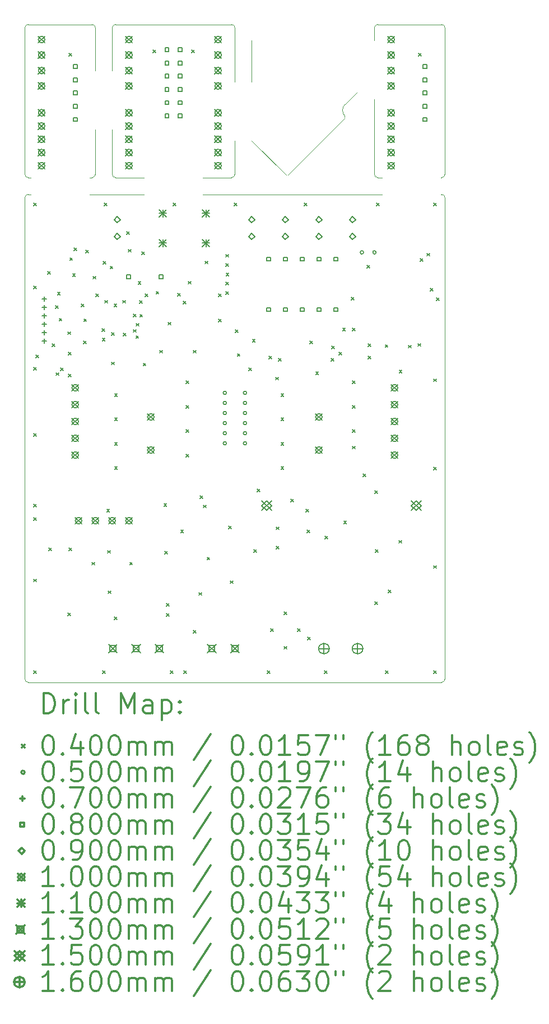
<source format=gbr>
%FSLAX45Y45*%
G04 Gerber Fmt 4.5, Leading zero omitted, Abs format (unit mm)*
G04 Created by KiCad (PCBNEW 5.1.12-84ad8e8a86~92~ubuntu16.04.1) date 2022-12-06 17:34:02*
%MOMM*%
%LPD*%
G01*
G04 APERTURE LIST*
%TA.AperFunction,Profile*%
%ADD10C,0.050000*%
%TD*%
%ADD11C,0.200000*%
%ADD12C,0.300000*%
G04 APERTURE END LIST*
D10*
X16776700Y-5930900D02*
G75*
G02*
X16776700Y-5956300I-12700J-12700D01*
G01*
X15913100Y-6819900D02*
G75*
G02*
X15887700Y-6819900I-12700J12700D01*
G01*
X16776700Y-5930900D02*
G75*
G02*
X16776700Y-5753100I88900J88900D01*
G01*
X16967200Y-5562600D02*
X16776700Y-5753100D01*
X15367000Y-6299200D02*
X15887700Y-6819900D01*
X15913100Y-6819900D02*
X16776700Y-5956300D01*
X11988800Y-14478000D02*
G75*
G02*
X11938000Y-14427200I0J50800D01*
G01*
X18288000Y-14427200D02*
G75*
G02*
X18237200Y-14478000I-50800J0D01*
G01*
X18237200Y-7112000D02*
G75*
G02*
X18288000Y-7162800I0J-50800D01*
G01*
X18288000Y-6807200D02*
G75*
G02*
X18237200Y-6858000I-50800J0D01*
G01*
X17272000Y-6858000D02*
G75*
G02*
X17221200Y-6807200I0J50800D01*
G01*
X18237200Y-4546600D02*
G75*
G02*
X18288000Y-4597400I0J-50800D01*
G01*
X17221200Y-4597400D02*
G75*
G02*
X17272000Y-4546600I50800J0D01*
G01*
X15113000Y-6807200D02*
G75*
G02*
X15062200Y-6858000I-50800J0D01*
G01*
X15062200Y-4546600D02*
G75*
G02*
X15113000Y-4597400I0J-50800D01*
G01*
X13258800Y-4597400D02*
G75*
G02*
X13309600Y-4546600I50800J0D01*
G01*
X13309600Y-6858000D02*
G75*
G02*
X13258800Y-6807200I0J50800D01*
G01*
X13004800Y-6807200D02*
G75*
G02*
X12954000Y-6858000I-50800J0D01*
G01*
X12954000Y-4546600D02*
G75*
G02*
X13004800Y-4597400I0J-50800D01*
G01*
X11938000Y-4597400D02*
G75*
G02*
X11988800Y-4546600I50800J0D01*
G01*
X11938000Y-7162800D02*
G75*
G02*
X11988800Y-7112000I50800J0D01*
G01*
X11988800Y-6858000D02*
G75*
G02*
X11938000Y-6807200I0J50800D01*
G01*
X18224500Y-7112000D02*
X18237200Y-7112000D01*
X17335500Y-6858000D02*
X17272000Y-6858000D01*
X18224500Y-6858000D02*
X18237200Y-6858000D01*
X17221200Y-5676900D02*
X17221200Y-6807200D01*
X18288000Y-4597400D02*
X18288000Y-6807200D01*
X17272000Y-4546600D02*
X18237200Y-4546600D01*
X17221200Y-4787900D02*
X17221200Y-4597400D01*
X12026900Y-7112000D02*
X11988800Y-7112000D01*
X11988800Y-6858000D02*
X12026900Y-6858000D01*
X15367000Y-4787900D02*
X15367000Y-5410200D01*
X15113000Y-4597400D02*
X15113000Y-5410200D01*
X13258800Y-5245100D02*
X13258800Y-4597400D01*
X14630400Y-6858000D02*
X15062200Y-6858000D01*
X13309600Y-6858000D02*
X13741400Y-6858000D01*
X13258800Y-6134100D02*
X13258800Y-6807200D01*
X12915900Y-7112000D02*
X13741400Y-7112000D01*
X13004800Y-6134100D02*
X13004800Y-6807200D01*
X13004800Y-4597400D02*
X13004800Y-5245100D01*
X12915900Y-6858000D02*
X12954000Y-6858000D01*
X14630400Y-7112000D02*
X17335500Y-7112000D01*
X11938000Y-6807200D02*
X11938000Y-4597400D01*
X15113000Y-6299200D02*
X15113000Y-6807200D01*
X13309600Y-4546600D02*
X15062200Y-4546600D01*
X11988800Y-4546600D02*
X12954000Y-4546600D01*
X11938000Y-14427200D02*
X11938000Y-7162800D01*
X18237200Y-14478000D02*
X11988800Y-14478000D01*
X18288000Y-7162800D02*
X18288000Y-14427200D01*
D11*
X12070400Y-7244400D02*
X12110400Y-7284400D01*
X12110400Y-7244400D02*
X12070400Y-7284400D01*
X12070400Y-8495350D02*
X12110400Y-8535350D01*
X12110400Y-8495350D02*
X12070400Y-8535350D01*
X12070400Y-9727250D02*
X12110400Y-9767250D01*
X12110400Y-9727250D02*
X12070400Y-9767250D01*
X12070400Y-10724200D02*
X12110400Y-10764200D01*
X12110400Y-10724200D02*
X12070400Y-10764200D01*
X12070400Y-11791000D02*
X12110400Y-11831000D01*
X12110400Y-11791000D02*
X12070400Y-11831000D01*
X12070400Y-11994200D02*
X12110400Y-12034200D01*
X12110400Y-11994200D02*
X12070400Y-12034200D01*
X12070400Y-12921300D02*
X12110400Y-12961300D01*
X12110400Y-12921300D02*
X12070400Y-12961300D01*
X12070400Y-14305600D02*
X12110400Y-14345600D01*
X12110400Y-14305600D02*
X12070400Y-14345600D01*
X12106764Y-9538486D02*
X12146764Y-9578486D01*
X12146764Y-9538486D02*
X12106764Y-9578486D01*
X12286300Y-8279450D02*
X12326300Y-8319450D01*
X12326300Y-8279450D02*
X12286300Y-8319450D01*
X12299000Y-12451400D02*
X12339000Y-12491400D01*
X12339000Y-12451400D02*
X12299000Y-12491400D01*
X12349800Y-9371650D02*
X12389800Y-9411650D01*
X12389800Y-9371650D02*
X12349800Y-9411650D01*
X12400600Y-8793800D02*
X12440600Y-8833800D01*
X12440600Y-8793800D02*
X12400600Y-8833800D01*
X12409995Y-9803910D02*
X12449995Y-9843910D01*
X12449995Y-9803910D02*
X12409995Y-9843910D01*
X12432350Y-8590600D02*
X12472350Y-8630600D01*
X12472350Y-8590600D02*
X12432350Y-8630600D01*
X12457750Y-8984300D02*
X12497750Y-9024300D01*
X12497750Y-8984300D02*
X12457750Y-9024300D01*
X12479402Y-9731919D02*
X12519402Y-9771919D01*
X12519402Y-9731919D02*
X12479402Y-9771919D01*
X12591100Y-9187500D02*
X12631100Y-9227500D01*
X12631100Y-9187500D02*
X12591100Y-9227500D01*
X12591100Y-13431840D02*
X12631100Y-13471840D01*
X12631100Y-13431840D02*
X12591100Y-13471840D01*
X12594996Y-9826802D02*
X12634996Y-9866802D01*
X12634996Y-9826802D02*
X12594996Y-9866802D01*
X12597450Y-9498650D02*
X12637450Y-9538650D01*
X12637450Y-9498650D02*
X12597450Y-9538650D01*
X12603800Y-4983800D02*
X12643800Y-5023800D01*
X12643800Y-4983800D02*
X12603800Y-5023800D01*
X12603800Y-12451400D02*
X12643800Y-12491400D01*
X12643800Y-12451400D02*
X12603800Y-12491400D01*
X12619040Y-8069900D02*
X12659040Y-8109900D01*
X12659040Y-8069900D02*
X12619040Y-8109900D01*
X12660950Y-8311200D02*
X12700950Y-8351200D01*
X12700950Y-8311200D02*
X12660950Y-8351200D01*
X12680000Y-7923850D02*
X12720000Y-7963850D01*
X12720000Y-7923850D02*
X12680000Y-7963850D01*
X12794300Y-8770601D02*
X12834300Y-8810601D01*
X12834300Y-8770601D02*
X12794300Y-8810601D01*
X12826050Y-9327200D02*
X12866050Y-9367200D01*
X12866050Y-9327200D02*
X12826050Y-9367200D01*
X12828796Y-8992041D02*
X12868796Y-9032041D01*
X12868796Y-8992041D02*
X12828796Y-9032041D01*
X12857800Y-7955600D02*
X12897800Y-7995600D01*
X12897800Y-7955600D02*
X12857800Y-7995600D01*
X12954320Y-12667300D02*
X12994320Y-12707300D01*
X12994320Y-12667300D02*
X12954320Y-12707300D01*
X12972100Y-8349300D02*
X13012100Y-8389300D01*
X13012100Y-8349300D02*
X12972100Y-8389300D01*
X13010200Y-8616000D02*
X13050200Y-8656000D01*
X13050200Y-8616000D02*
X13010200Y-8656000D01*
X13104045Y-9141808D02*
X13144045Y-9181808D01*
X13144045Y-9141808D02*
X13104045Y-9181808D01*
X13109272Y-9281808D02*
X13149272Y-9321808D01*
X13149272Y-9281808D02*
X13109272Y-9321808D01*
X13111800Y-14305600D02*
X13151800Y-14345600D01*
X13151800Y-14305600D02*
X13111800Y-14345600D01*
X13124500Y-8127050D02*
X13164500Y-8167050D01*
X13164500Y-8127050D02*
X13124500Y-8167050D01*
X13137200Y-7244400D02*
X13177200Y-7284400D01*
X13177200Y-7244400D02*
X13137200Y-7284400D01*
X13144917Y-8711677D02*
X13184917Y-8751677D01*
X13184917Y-8711677D02*
X13144917Y-8751677D01*
X13177210Y-11867200D02*
X13217210Y-11907200D01*
X13217210Y-11867200D02*
X13177210Y-11907200D01*
X13188000Y-12489500D02*
X13228000Y-12529500D01*
X13228000Y-12489500D02*
X13188000Y-12529500D01*
X13200700Y-13099100D02*
X13240700Y-13139100D01*
X13240700Y-13099100D02*
X13200700Y-13139100D01*
X13226950Y-8196900D02*
X13266950Y-8236900D01*
X13266950Y-8196900D02*
X13226950Y-8236900D01*
X13246200Y-9201999D02*
X13286200Y-9241999D01*
X13286200Y-9201999D02*
X13246200Y-9241999D01*
X13251500Y-9644700D02*
X13291500Y-9684700D01*
X13291500Y-9644700D02*
X13251500Y-9684700D01*
X13286623Y-8768085D02*
X13326623Y-8808085D01*
X13326623Y-8768085D02*
X13286623Y-8808085D01*
X13289600Y-13492800D02*
X13329600Y-13532800D01*
X13329600Y-13492800D02*
X13289600Y-13532800D01*
X13295950Y-10120950D02*
X13335950Y-10160950D01*
X13335950Y-10120950D02*
X13295950Y-10160950D01*
X13295950Y-10489250D02*
X13335950Y-10529250D01*
X13335950Y-10489250D02*
X13295950Y-10529250D01*
X13295950Y-10857550D02*
X13335950Y-10897550D01*
X13335950Y-10857550D02*
X13295950Y-10897550D01*
X13295950Y-11225850D02*
X13335950Y-11265850D01*
X13335950Y-11225850D02*
X13295950Y-11265850D01*
X13419140Y-8712000D02*
X13459140Y-8752000D01*
X13459140Y-8712000D02*
X13419140Y-8752000D01*
X13426201Y-9210743D02*
X13466201Y-9250743D01*
X13466201Y-9210743D02*
X13426201Y-9250743D01*
X13480100Y-7676200D02*
X13520100Y-7716200D01*
X13520100Y-7676200D02*
X13480100Y-7716200D01*
X13505500Y-7942900D02*
X13545500Y-7982900D01*
X13545500Y-7942900D02*
X13505500Y-7982900D01*
X13524550Y-12667300D02*
X13564550Y-12707300D01*
X13564550Y-12667300D02*
X13524550Y-12707300D01*
X13576453Y-8921309D02*
X13616453Y-8961309D01*
X13616453Y-8921309D02*
X13576453Y-8961309D01*
X13580123Y-9152500D02*
X13620123Y-9192500D01*
X13620123Y-9152500D02*
X13580123Y-9192500D01*
X13618280Y-9244934D02*
X13658280Y-9284934D01*
X13658280Y-9244934D02*
X13618280Y-9284934D01*
X13620234Y-9060897D02*
X13660234Y-9100897D01*
X13660234Y-9060897D02*
X13620234Y-9100897D01*
X13650539Y-8428666D02*
X13690539Y-8468666D01*
X13690539Y-8428666D02*
X13650539Y-8468666D01*
X13670600Y-8717600D02*
X13710600Y-8757600D01*
X13710600Y-8717600D02*
X13670600Y-8757600D01*
X13676398Y-8924633D02*
X13716398Y-8964633D01*
X13716398Y-8924633D02*
X13676398Y-8964633D01*
X13708700Y-7981000D02*
X13748700Y-8021000D01*
X13748700Y-7981000D02*
X13708700Y-8021000D01*
X13728208Y-9661267D02*
X13768208Y-9701267D01*
X13768208Y-9661267D02*
X13728208Y-9701267D01*
X13759500Y-8616000D02*
X13799500Y-8656000D01*
X13799500Y-8616000D02*
X13759500Y-8656000D01*
X13873800Y-4933000D02*
X13913800Y-4973000D01*
X13913800Y-4933000D02*
X13873800Y-4973000D01*
X13921727Y-8577900D02*
X13961727Y-8617900D01*
X13961727Y-8577900D02*
X13921727Y-8617900D01*
X13975400Y-9465442D02*
X14015400Y-9505442D01*
X14015400Y-9465442D02*
X13975400Y-9505442D01*
X14041578Y-11784146D02*
X14081578Y-11824146D01*
X14081578Y-11784146D02*
X14041578Y-11824146D01*
X14051600Y-12502200D02*
X14091600Y-12542200D01*
X14091600Y-12502200D02*
X14051600Y-12542200D01*
X14077000Y-13289600D02*
X14117000Y-13329600D01*
X14117000Y-13289600D02*
X14077000Y-13329600D01*
X14077000Y-13442000D02*
X14117000Y-13482000D01*
X14117000Y-13442000D02*
X14077000Y-13482000D01*
X14102400Y-9042720D02*
X14142400Y-9082720D01*
X14142400Y-9042720D02*
X14102400Y-9082720D01*
X14140500Y-14305600D02*
X14180500Y-14345600D01*
X14180500Y-14305600D02*
X14140500Y-14345600D01*
X14178600Y-7244400D02*
X14218600Y-7284400D01*
X14218600Y-7244400D02*
X14178600Y-7284400D01*
X14250500Y-8609650D02*
X14290500Y-8649650D01*
X14290500Y-8609650D02*
X14250500Y-8649650D01*
X14295440Y-12177080D02*
X14335440Y-12217080D01*
X14335440Y-12177080D02*
X14295440Y-12217080D01*
X14331000Y-8726600D02*
X14371000Y-8766600D01*
X14371000Y-8726600D02*
X14331000Y-8766600D01*
X14343700Y-14305600D02*
X14383700Y-14345600D01*
X14383700Y-14305600D02*
X14343700Y-14345600D01*
X14375450Y-9930450D02*
X14415450Y-9970450D01*
X14415450Y-9930450D02*
X14375450Y-9970450D01*
X14375450Y-10298750D02*
X14415450Y-10338750D01*
X14415450Y-10298750D02*
X14375450Y-10338750D01*
X14375450Y-10667050D02*
X14415450Y-10707050D01*
X14415450Y-10667050D02*
X14375450Y-10707050D01*
X14375450Y-11035350D02*
X14415450Y-11075350D01*
X14415450Y-11035350D02*
X14375450Y-11075350D01*
X14407200Y-8425500D02*
X14447200Y-8465500D01*
X14447200Y-8425500D02*
X14407200Y-8465500D01*
X14458000Y-4933000D02*
X14498000Y-4973000D01*
X14498000Y-4933000D02*
X14458000Y-4973000D01*
X14483400Y-9465442D02*
X14523400Y-9505442D01*
X14523400Y-9465442D02*
X14483400Y-9505442D01*
X14483400Y-13696000D02*
X14523400Y-13736000D01*
X14523400Y-13696000D02*
X14483400Y-13736000D01*
X14572300Y-13124500D02*
X14612300Y-13164500D01*
X14612300Y-13124500D02*
X14572300Y-13164500D01*
X14585000Y-11664000D02*
X14625000Y-11704000D01*
X14625000Y-11664000D02*
X14585000Y-11704000D01*
X14635800Y-11803700D02*
X14675800Y-11843700D01*
X14675800Y-11803700D02*
X14635800Y-11843700D01*
X14661200Y-8120700D02*
X14701200Y-8160700D01*
X14701200Y-8120700D02*
X14661200Y-8160700D01*
X14692950Y-12591100D02*
X14732950Y-12631100D01*
X14732950Y-12591100D02*
X14692950Y-12631100D01*
X14864400Y-8616000D02*
X14904400Y-8656000D01*
X14904400Y-8616000D02*
X14864400Y-8656000D01*
X14864400Y-8997000D02*
X14904400Y-9037000D01*
X14904400Y-8997000D02*
X14864400Y-9037000D01*
X14978700Y-8019100D02*
X15018700Y-8059100D01*
X15018700Y-8019100D02*
X14978700Y-8059100D01*
X14978700Y-8159100D02*
X15018700Y-8199100D01*
X15018700Y-8159100D02*
X14978700Y-8199100D01*
X14978700Y-8439100D02*
X15018700Y-8479100D01*
X15018700Y-8439100D02*
X14978700Y-8479100D01*
X14978700Y-8579100D02*
X15018700Y-8619100D01*
X15018700Y-8579100D02*
X14978700Y-8619100D01*
X14980786Y-8299100D02*
X15020786Y-8339100D01*
X15020786Y-8299100D02*
X14980786Y-8339100D01*
X15016800Y-12121200D02*
X15056800Y-12161200D01*
X15056800Y-12121200D02*
X15016800Y-12161200D01*
X15042200Y-12946700D02*
X15082200Y-12986700D01*
X15082200Y-12946700D02*
X15042200Y-12986700D01*
X15105700Y-7244400D02*
X15145700Y-7284400D01*
X15145700Y-7244400D02*
X15105700Y-7284400D01*
X15118747Y-9155438D02*
X15158747Y-9195438D01*
X15158747Y-9155438D02*
X15118747Y-9195438D01*
X15150150Y-9517700D02*
X15190150Y-9557700D01*
X15190150Y-9517700D02*
X15150150Y-9557700D01*
X15321600Y-9733600D02*
X15361600Y-9773600D01*
X15361600Y-9733600D02*
X15321600Y-9773600D01*
X15378750Y-9301800D02*
X15418750Y-9341800D01*
X15418750Y-9301800D02*
X15378750Y-9341800D01*
X15397800Y-12476800D02*
X15437800Y-12516800D01*
X15437800Y-12476800D02*
X15397800Y-12516800D01*
X15448600Y-11562400D02*
X15488600Y-11602400D01*
X15488600Y-11562400D02*
X15448600Y-11602400D01*
X15601000Y-14305600D02*
X15641000Y-14345600D01*
X15641000Y-14305600D02*
X15601000Y-14345600D01*
X15626400Y-9555800D02*
X15666400Y-9595800D01*
X15666400Y-9555800D02*
X15626400Y-9595800D01*
X15651800Y-13670600D02*
X15691800Y-13710600D01*
X15691800Y-13670600D02*
X15651800Y-13710600D01*
X15728000Y-9873300D02*
X15768000Y-9913300D01*
X15768000Y-9873300D02*
X15728000Y-9913300D01*
X15740700Y-12133900D02*
X15780700Y-12173900D01*
X15780700Y-12133900D02*
X15740700Y-12173900D01*
X15740700Y-12426000D02*
X15780700Y-12466000D01*
X15780700Y-12426000D02*
X15740700Y-12466000D01*
X15772450Y-9587550D02*
X15812450Y-9627550D01*
X15812450Y-9587550D02*
X15772450Y-9627550D01*
X15810550Y-10120950D02*
X15850550Y-10160950D01*
X15850550Y-10120950D02*
X15810550Y-10160950D01*
X15810550Y-10489250D02*
X15850550Y-10529250D01*
X15850550Y-10489250D02*
X15810550Y-10529250D01*
X15810550Y-10857550D02*
X15850550Y-10897550D01*
X15850550Y-10857550D02*
X15810550Y-10897550D01*
X15810550Y-11225850D02*
X15850550Y-11265850D01*
X15850550Y-11225850D02*
X15810550Y-11265850D01*
X15855000Y-13416600D02*
X15895000Y-13456600D01*
X15895000Y-13416600D02*
X15855000Y-13456600D01*
X15855000Y-13937300D02*
X15895000Y-13977300D01*
X15895000Y-13937300D02*
X15855000Y-13977300D01*
X15956600Y-11714800D02*
X15996600Y-11754800D01*
X15996600Y-11714800D02*
X15956600Y-11754800D01*
X16058200Y-13670600D02*
X16098200Y-13710600D01*
X16098200Y-13670600D02*
X16058200Y-13710600D01*
X16159800Y-7244400D02*
X16199800Y-7284400D01*
X16199800Y-7244400D02*
X16159800Y-7284400D01*
X16185200Y-11867200D02*
X16225200Y-11907200D01*
X16225200Y-11867200D02*
X16185200Y-11907200D01*
X16205520Y-12177080D02*
X16245520Y-12217080D01*
X16245520Y-12177080D02*
X16205520Y-12217080D01*
X16210600Y-13797600D02*
X16250600Y-13837600D01*
X16250600Y-13797600D02*
X16210600Y-13837600D01*
X16248700Y-9327200D02*
X16288700Y-9367200D01*
X16288700Y-9327200D02*
X16248700Y-9367200D01*
X16335663Y-9792687D02*
X16375663Y-9832687D01*
X16375663Y-9792687D02*
X16335663Y-9832687D01*
X16464600Y-14305600D02*
X16504600Y-14345600D01*
X16504600Y-14305600D02*
X16464600Y-14345600D01*
X16477300Y-12273600D02*
X16517300Y-12313600D01*
X16517300Y-12273600D02*
X16477300Y-12313600D01*
X16566200Y-9587550D02*
X16606200Y-9627550D01*
X16606200Y-9587550D02*
X16566200Y-9627550D01*
X16578900Y-9402549D02*
X16618900Y-9442549D01*
X16618900Y-9402549D02*
X16578900Y-9442549D01*
X16683509Y-9495028D02*
X16723509Y-9535028D01*
X16723509Y-9495028D02*
X16683509Y-9535028D01*
X16741460Y-9134160D02*
X16781460Y-9174160D01*
X16781460Y-9134160D02*
X16741460Y-9174160D01*
X16758838Y-12047138D02*
X16798838Y-12087138D01*
X16798838Y-12047138D02*
X16758838Y-12087138D01*
X16871000Y-8666800D02*
X16911000Y-8706800D01*
X16911000Y-8666800D02*
X16871000Y-8706800D01*
X16890050Y-9930450D02*
X16930050Y-9970450D01*
X16930050Y-9930450D02*
X16890050Y-9970450D01*
X16890050Y-10298750D02*
X16930050Y-10338750D01*
X16930050Y-10298750D02*
X16890050Y-10338750D01*
X16890050Y-10667050D02*
X16930050Y-10707050D01*
X16930050Y-10667050D02*
X16890050Y-10707050D01*
X16890050Y-10914700D02*
X16930050Y-10954700D01*
X16930050Y-10914700D02*
X16890050Y-10954700D01*
X16891320Y-9129080D02*
X16931320Y-9169080D01*
X16931320Y-9129080D02*
X16891320Y-9169080D01*
X17048800Y-11333800D02*
X17088800Y-11373800D01*
X17088800Y-11333800D02*
X17048800Y-11373800D01*
X17112300Y-8184200D02*
X17152300Y-8224200D01*
X17152300Y-8184200D02*
X17112300Y-8224200D01*
X17125000Y-9555800D02*
X17165000Y-9595800D01*
X17165000Y-9555800D02*
X17125000Y-9595800D01*
X17127540Y-9367840D02*
X17167540Y-9407840D01*
X17167540Y-9367840D02*
X17127540Y-9407840D01*
X17226600Y-11587800D02*
X17266600Y-11627800D01*
X17266600Y-11587800D02*
X17226600Y-11627800D01*
X17226600Y-13264200D02*
X17266600Y-13304200D01*
X17266600Y-13264200D02*
X17226600Y-13304200D01*
X17239300Y-12476800D02*
X17279300Y-12516800D01*
X17279300Y-12476800D02*
X17239300Y-12516800D01*
X17252000Y-7244400D02*
X17292000Y-7284400D01*
X17292000Y-7244400D02*
X17252000Y-7284400D01*
X17385350Y-9382000D02*
X17425350Y-9422000D01*
X17425350Y-9382000D02*
X17385350Y-9422000D01*
X17391700Y-14305600D02*
X17431700Y-14345600D01*
X17431700Y-14305600D02*
X17391700Y-14345600D01*
X17429800Y-13086400D02*
X17469800Y-13126400D01*
X17469800Y-13086400D02*
X17429800Y-13126400D01*
X17594900Y-12337100D02*
X17634900Y-12377100D01*
X17634900Y-12337100D02*
X17594900Y-12377100D01*
X17596001Y-9767000D02*
X17636001Y-9807000D01*
X17636001Y-9767000D02*
X17596001Y-9807000D01*
X17737140Y-9390700D02*
X17777140Y-9430700D01*
X17777140Y-9390700D02*
X17737140Y-9430700D01*
X17877140Y-9365300D02*
X17917140Y-9405300D01*
X17917140Y-9365300D02*
X17877140Y-9405300D01*
X17887000Y-4983800D02*
X17927000Y-5023800D01*
X17927000Y-4983800D02*
X17887000Y-5023800D01*
X17912400Y-8081999D02*
X17952400Y-8121999D01*
X17952400Y-8081999D02*
X17912400Y-8121999D01*
X18014000Y-8001320D02*
X18054000Y-8041320D01*
X18054000Y-8001320D02*
X18014000Y-8041320D01*
X18068356Y-8527608D02*
X18108356Y-8567608D01*
X18108356Y-8527608D02*
X18068356Y-8567608D01*
X18115600Y-7244400D02*
X18155600Y-7284400D01*
X18155600Y-7244400D02*
X18115600Y-7284400D01*
X18115600Y-9898700D02*
X18155600Y-9938700D01*
X18155600Y-9898700D02*
X18115600Y-9938700D01*
X18115600Y-11232200D02*
X18155600Y-11272200D01*
X18155600Y-11232200D02*
X18115600Y-11272200D01*
X18115600Y-12718100D02*
X18155600Y-12758100D01*
X18155600Y-12718100D02*
X18115600Y-12758100D01*
X18115600Y-14305600D02*
X18155600Y-14345600D01*
X18155600Y-14305600D02*
X18115600Y-14345600D01*
X18160050Y-8673150D02*
X18200050Y-8713150D01*
X18200050Y-8673150D02*
X18160050Y-8713150D01*
X14985600Y-10109200D02*
G75*
G03*
X14985600Y-10109200I-25000J0D01*
G01*
X14985600Y-10261600D02*
G75*
G03*
X14985600Y-10261600I-25000J0D01*
G01*
X14985600Y-10414000D02*
G75*
G03*
X14985600Y-10414000I-25000J0D01*
G01*
X14985600Y-10566400D02*
G75*
G03*
X14985600Y-10566400I-25000J0D01*
G01*
X14985600Y-10718800D02*
G75*
G03*
X14985600Y-10718800I-25000J0D01*
G01*
X14985600Y-10871200D02*
G75*
G03*
X14985600Y-10871200I-25000J0D01*
G01*
X15290400Y-10109200D02*
G75*
G03*
X15290400Y-10109200I-25000J0D01*
G01*
X15290400Y-10261600D02*
G75*
G03*
X15290400Y-10261600I-25000J0D01*
G01*
X15290400Y-10414000D02*
G75*
G03*
X15290400Y-10414000I-25000J0D01*
G01*
X15290400Y-10566400D02*
G75*
G03*
X15290400Y-10566400I-25000J0D01*
G01*
X15290400Y-10718800D02*
G75*
G03*
X15290400Y-10718800I-25000J0D01*
G01*
X15290400Y-10871200D02*
G75*
G03*
X15290400Y-10871200I-25000J0D01*
G01*
X17056200Y-7988300D02*
G75*
G03*
X17056200Y-7988300I-25000J0D01*
G01*
X17246200Y-7988300D02*
G75*
G03*
X17246200Y-7988300I-25000J0D01*
G01*
X12230100Y-8658150D02*
X12230100Y-8728150D01*
X12195100Y-8693150D02*
X12265100Y-8693150D01*
X12230100Y-8785150D02*
X12230100Y-8855150D01*
X12195100Y-8820150D02*
X12265100Y-8820150D01*
X12230100Y-8912150D02*
X12230100Y-8982150D01*
X12195100Y-8947150D02*
X12265100Y-8947150D01*
X12230100Y-9039150D02*
X12230100Y-9109150D01*
X12195100Y-9074150D02*
X12265100Y-9074150D01*
X12230100Y-9166150D02*
X12230100Y-9236150D01*
X12195100Y-9201150D02*
X12265100Y-9201150D01*
X12230100Y-9293150D02*
X12230100Y-9363150D01*
X12195100Y-9328150D02*
X12265100Y-9328150D01*
X12728284Y-5209885D02*
X12728284Y-5153316D01*
X12671715Y-5153316D01*
X12671715Y-5209885D01*
X12728284Y-5209885D01*
X12728284Y-5409885D02*
X12728284Y-5353316D01*
X12671715Y-5353316D01*
X12671715Y-5409885D01*
X12728284Y-5409885D01*
X12728284Y-5609884D02*
X12728284Y-5553316D01*
X12671715Y-5553316D01*
X12671715Y-5609884D01*
X12728284Y-5609884D01*
X12728284Y-5809884D02*
X12728284Y-5753315D01*
X12671715Y-5753315D01*
X12671715Y-5809884D01*
X12728284Y-5809884D01*
X12728284Y-6009884D02*
X12728284Y-5953315D01*
X12671715Y-5953315D01*
X12671715Y-6009884D01*
X12728284Y-6009884D01*
X13535684Y-8384884D02*
X13535684Y-8328315D01*
X13479115Y-8328315D01*
X13479115Y-8384884D01*
X13535684Y-8384884D01*
X14023684Y-8384884D02*
X14023684Y-8328315D01*
X13967115Y-8328315D01*
X13967115Y-8384884D01*
X14023684Y-8384884D01*
X14114184Y-4955885D02*
X14114184Y-4899316D01*
X14057615Y-4899316D01*
X14057615Y-4955885D01*
X14114184Y-4955885D01*
X14114184Y-5155885D02*
X14114184Y-5099316D01*
X14057615Y-5099316D01*
X14057615Y-5155885D01*
X14114184Y-5155885D01*
X14114184Y-5355885D02*
X14114184Y-5299316D01*
X14057615Y-5299316D01*
X14057615Y-5355885D01*
X14114184Y-5355885D01*
X14114184Y-5555885D02*
X14114184Y-5499316D01*
X14057615Y-5499316D01*
X14057615Y-5555885D01*
X14114184Y-5555885D01*
X14114184Y-5755884D02*
X14114184Y-5699315D01*
X14057615Y-5699315D01*
X14057615Y-5755884D01*
X14114184Y-5755884D01*
X14114184Y-5955884D02*
X14114184Y-5899315D01*
X14057615Y-5899315D01*
X14057615Y-5955884D01*
X14114184Y-5955884D01*
X14314184Y-4955885D02*
X14314184Y-4899316D01*
X14257615Y-4899316D01*
X14257615Y-4955885D01*
X14314184Y-4955885D01*
X14314184Y-5155885D02*
X14314184Y-5099316D01*
X14257615Y-5099316D01*
X14257615Y-5155885D01*
X14314184Y-5155885D01*
X14314184Y-5355885D02*
X14314184Y-5299316D01*
X14257615Y-5299316D01*
X14257615Y-5355885D01*
X14314184Y-5355885D01*
X14314184Y-5555885D02*
X14314184Y-5499316D01*
X14257615Y-5499316D01*
X14257615Y-5555885D01*
X14314184Y-5555885D01*
X14314184Y-5755884D02*
X14314184Y-5699315D01*
X14257615Y-5699315D01*
X14257615Y-5755884D01*
X14314184Y-5755884D01*
X14314184Y-5955884D02*
X14314184Y-5899315D01*
X14257615Y-5899315D01*
X14257615Y-5955884D01*
X14314184Y-5955884D01*
X15649284Y-8118184D02*
X15649284Y-8061615D01*
X15592715Y-8061615D01*
X15592715Y-8118184D01*
X15649284Y-8118184D01*
X15649284Y-8880185D02*
X15649284Y-8823616D01*
X15592715Y-8823616D01*
X15592715Y-8880185D01*
X15649284Y-8880185D01*
X15903284Y-8118184D02*
X15903284Y-8061615D01*
X15846715Y-8061615D01*
X15846715Y-8118184D01*
X15903284Y-8118184D01*
X15903284Y-8880185D02*
X15903284Y-8823616D01*
X15846715Y-8823616D01*
X15846715Y-8880185D01*
X15903284Y-8880185D01*
X16157284Y-8118184D02*
X16157284Y-8061615D01*
X16100715Y-8061615D01*
X16100715Y-8118184D01*
X16157284Y-8118184D01*
X16157284Y-8880185D02*
X16157284Y-8823616D01*
X16100715Y-8823616D01*
X16100715Y-8880185D01*
X16157284Y-8880185D01*
X16411284Y-8118184D02*
X16411284Y-8061615D01*
X16354715Y-8061615D01*
X16354715Y-8118184D01*
X16411284Y-8118184D01*
X16411284Y-8880185D02*
X16411284Y-8823616D01*
X16354715Y-8823616D01*
X16354715Y-8880185D01*
X16411284Y-8880185D01*
X16665284Y-8118184D02*
X16665284Y-8061615D01*
X16608715Y-8061615D01*
X16608715Y-8118184D01*
X16665284Y-8118184D01*
X16665284Y-8880185D02*
X16665284Y-8823616D01*
X16608715Y-8823616D01*
X16608715Y-8880185D01*
X16665284Y-8880185D01*
X18011485Y-5209885D02*
X18011485Y-5153316D01*
X17954916Y-5153316D01*
X17954916Y-5209885D01*
X18011485Y-5209885D01*
X18011485Y-5409885D02*
X18011485Y-5353316D01*
X17954916Y-5353316D01*
X17954916Y-5409885D01*
X18011485Y-5409885D01*
X18011485Y-5609884D02*
X18011485Y-5553316D01*
X17954916Y-5553316D01*
X17954916Y-5609884D01*
X18011485Y-5609884D01*
X18011485Y-5809884D02*
X18011485Y-5753315D01*
X17954916Y-5753315D01*
X17954916Y-5809884D01*
X18011485Y-5809884D01*
X18011485Y-6009884D02*
X18011485Y-5953315D01*
X17954916Y-5953315D01*
X17954916Y-6009884D01*
X18011485Y-6009884D01*
X13335000Y-7538000D02*
X13380000Y-7493000D01*
X13335000Y-7448000D01*
X13290000Y-7493000D01*
X13335000Y-7538000D01*
X13335000Y-7792000D02*
X13380000Y-7747000D01*
X13335000Y-7702000D01*
X13290000Y-7747000D01*
X13335000Y-7792000D01*
X15367000Y-7538000D02*
X15412000Y-7493000D01*
X15367000Y-7448000D01*
X15322000Y-7493000D01*
X15367000Y-7538000D01*
X15367000Y-7792000D02*
X15412000Y-7747000D01*
X15367000Y-7702000D01*
X15322000Y-7747000D01*
X15367000Y-7792000D01*
X15875000Y-7538000D02*
X15920000Y-7493000D01*
X15875000Y-7448000D01*
X15830000Y-7493000D01*
X15875000Y-7538000D01*
X15875000Y-7792000D02*
X15920000Y-7747000D01*
X15875000Y-7702000D01*
X15830000Y-7747000D01*
X15875000Y-7792000D01*
X16383000Y-7538000D02*
X16428000Y-7493000D01*
X16383000Y-7448000D01*
X16338000Y-7493000D01*
X16383000Y-7538000D01*
X16383000Y-7792000D02*
X16428000Y-7747000D01*
X16383000Y-7702000D01*
X16338000Y-7747000D01*
X16383000Y-7792000D01*
X16891000Y-7538000D02*
X16936000Y-7493000D01*
X16891000Y-7448000D01*
X16846000Y-7493000D01*
X16891000Y-7538000D01*
X16891000Y-7792000D02*
X16936000Y-7747000D01*
X16891000Y-7702000D01*
X16846000Y-7747000D01*
X16891000Y-7792000D01*
X12142000Y-4725200D02*
X12242000Y-4825200D01*
X12242000Y-4725200D02*
X12142000Y-4825200D01*
X12242000Y-4775200D02*
G75*
G03*
X12242000Y-4775200I-50000J0D01*
G01*
X12142000Y-4958200D02*
X12242000Y-5058200D01*
X12242000Y-4958200D02*
X12142000Y-5058200D01*
X12242000Y-5008200D02*
G75*
G03*
X12242000Y-5008200I-50000J0D01*
G01*
X12142000Y-5192200D02*
X12242000Y-5292200D01*
X12242000Y-5192200D02*
X12142000Y-5292200D01*
X12242000Y-5242200D02*
G75*
G03*
X12242000Y-5242200I-50000J0D01*
G01*
X12142000Y-5425200D02*
X12242000Y-5525200D01*
X12242000Y-5425200D02*
X12142000Y-5525200D01*
X12242000Y-5475200D02*
G75*
G03*
X12242000Y-5475200I-50000J0D01*
G01*
X12142000Y-5830200D02*
X12242000Y-5930200D01*
X12242000Y-5830200D02*
X12142000Y-5930200D01*
X12242000Y-5880200D02*
G75*
G03*
X12242000Y-5880200I-50000J0D01*
G01*
X12142000Y-6030200D02*
X12242000Y-6130200D01*
X12242000Y-6030200D02*
X12142000Y-6130200D01*
X12242000Y-6080200D02*
G75*
G03*
X12242000Y-6080200I-50000J0D01*
G01*
X12142000Y-6230200D02*
X12242000Y-6330200D01*
X12242000Y-6230200D02*
X12142000Y-6330200D01*
X12242000Y-6280200D02*
G75*
G03*
X12242000Y-6280200I-50000J0D01*
G01*
X12142000Y-6430200D02*
X12242000Y-6530200D01*
X12242000Y-6430200D02*
X12142000Y-6530200D01*
X12242000Y-6480200D02*
G75*
G03*
X12242000Y-6480200I-50000J0D01*
G01*
X12142000Y-6630200D02*
X12242000Y-6730200D01*
X12242000Y-6630200D02*
X12142000Y-6730200D01*
X12242000Y-6680200D02*
G75*
G03*
X12242000Y-6680200I-50000J0D01*
G01*
X12650000Y-9983000D02*
X12750000Y-10083000D01*
X12750000Y-9983000D02*
X12650000Y-10083000D01*
X12750000Y-10033000D02*
G75*
G03*
X12750000Y-10033000I-50000J0D01*
G01*
X12650000Y-10237000D02*
X12750000Y-10337000D01*
X12750000Y-10237000D02*
X12650000Y-10337000D01*
X12750000Y-10287000D02*
G75*
G03*
X12750000Y-10287000I-50000J0D01*
G01*
X12650000Y-10491000D02*
X12750000Y-10591000D01*
X12750000Y-10491000D02*
X12650000Y-10591000D01*
X12750000Y-10541000D02*
G75*
G03*
X12750000Y-10541000I-50000J0D01*
G01*
X12650000Y-10745000D02*
X12750000Y-10845000D01*
X12750000Y-10745000D02*
X12650000Y-10845000D01*
X12750000Y-10795000D02*
G75*
G03*
X12750000Y-10795000I-50000J0D01*
G01*
X12650000Y-10999000D02*
X12750000Y-11099000D01*
X12750000Y-10999000D02*
X12650000Y-11099000D01*
X12750000Y-11049000D02*
G75*
G03*
X12750000Y-11049000I-50000J0D01*
G01*
X12700800Y-11989600D02*
X12800800Y-12089600D01*
X12800800Y-11989600D02*
X12700800Y-12089600D01*
X12800800Y-12039600D02*
G75*
G03*
X12800800Y-12039600I-50000J0D01*
G01*
X12954800Y-11989600D02*
X13054800Y-12089600D01*
X13054800Y-11989600D02*
X12954800Y-12089600D01*
X13054800Y-12039600D02*
G75*
G03*
X13054800Y-12039600I-50000J0D01*
G01*
X13208800Y-11989600D02*
X13308800Y-12089600D01*
X13308800Y-11989600D02*
X13208800Y-12089600D01*
X13308800Y-12039600D02*
G75*
G03*
X13308800Y-12039600I-50000J0D01*
G01*
X13462800Y-4725200D02*
X13562800Y-4825200D01*
X13562800Y-4725200D02*
X13462800Y-4825200D01*
X13562800Y-4775200D02*
G75*
G03*
X13562800Y-4775200I-50000J0D01*
G01*
X13462800Y-4958200D02*
X13562800Y-5058200D01*
X13562800Y-4958200D02*
X13462800Y-5058200D01*
X13562800Y-5008200D02*
G75*
G03*
X13562800Y-5008200I-50000J0D01*
G01*
X13462800Y-5192200D02*
X13562800Y-5292200D01*
X13562800Y-5192200D02*
X13462800Y-5292200D01*
X13562800Y-5242200D02*
G75*
G03*
X13562800Y-5242200I-50000J0D01*
G01*
X13462800Y-5425200D02*
X13562800Y-5525200D01*
X13562800Y-5425200D02*
X13462800Y-5525200D01*
X13562800Y-5475200D02*
G75*
G03*
X13562800Y-5475200I-50000J0D01*
G01*
X13462800Y-5830200D02*
X13562800Y-5930200D01*
X13562800Y-5830200D02*
X13462800Y-5930200D01*
X13562800Y-5880200D02*
G75*
G03*
X13562800Y-5880200I-50000J0D01*
G01*
X13462800Y-6030200D02*
X13562800Y-6130200D01*
X13562800Y-6030200D02*
X13462800Y-6130200D01*
X13562800Y-6080200D02*
G75*
G03*
X13562800Y-6080200I-50000J0D01*
G01*
X13462800Y-6230200D02*
X13562800Y-6330200D01*
X13562800Y-6230200D02*
X13462800Y-6330200D01*
X13562800Y-6280200D02*
G75*
G03*
X13562800Y-6280200I-50000J0D01*
G01*
X13462800Y-6430200D02*
X13562800Y-6530200D01*
X13562800Y-6430200D02*
X13462800Y-6530200D01*
X13562800Y-6480200D02*
G75*
G03*
X13562800Y-6480200I-50000J0D01*
G01*
X13462800Y-6630200D02*
X13562800Y-6730200D01*
X13562800Y-6630200D02*
X13462800Y-6730200D01*
X13562800Y-6680200D02*
G75*
G03*
X13562800Y-6680200I-50000J0D01*
G01*
X13462800Y-11989600D02*
X13562800Y-12089600D01*
X13562800Y-11989600D02*
X13462800Y-12089600D01*
X13562800Y-12039600D02*
G75*
G03*
X13562800Y-12039600I-50000J0D01*
G01*
X13793000Y-10422800D02*
X13893000Y-10522800D01*
X13893000Y-10422800D02*
X13793000Y-10522800D01*
X13893000Y-10472800D02*
G75*
G03*
X13893000Y-10472800I-50000J0D01*
G01*
X13793000Y-10922800D02*
X13893000Y-11022800D01*
X13893000Y-10922800D02*
X13793000Y-11022800D01*
X13893000Y-10972800D02*
G75*
G03*
X13893000Y-10972800I-50000J0D01*
G01*
X14809000Y-4725200D02*
X14909000Y-4825200D01*
X14909000Y-4725200D02*
X14809000Y-4825200D01*
X14909000Y-4775200D02*
G75*
G03*
X14909000Y-4775200I-50000J0D01*
G01*
X14809000Y-4958200D02*
X14909000Y-5058200D01*
X14909000Y-4958200D02*
X14809000Y-5058200D01*
X14909000Y-5008200D02*
G75*
G03*
X14909000Y-5008200I-50000J0D01*
G01*
X14809000Y-5192200D02*
X14909000Y-5292200D01*
X14909000Y-5192200D02*
X14809000Y-5292200D01*
X14909000Y-5242200D02*
G75*
G03*
X14909000Y-5242200I-50000J0D01*
G01*
X14809000Y-5425200D02*
X14909000Y-5525200D01*
X14909000Y-5425200D02*
X14809000Y-5525200D01*
X14909000Y-5475200D02*
G75*
G03*
X14909000Y-5475200I-50000J0D01*
G01*
X14809000Y-5830200D02*
X14909000Y-5930200D01*
X14909000Y-5830200D02*
X14809000Y-5930200D01*
X14909000Y-5880200D02*
G75*
G03*
X14909000Y-5880200I-50000J0D01*
G01*
X14809000Y-6030200D02*
X14909000Y-6130200D01*
X14909000Y-6030200D02*
X14809000Y-6130200D01*
X14909000Y-6080200D02*
G75*
G03*
X14909000Y-6080200I-50000J0D01*
G01*
X14809000Y-6230200D02*
X14909000Y-6330200D01*
X14909000Y-6230200D02*
X14809000Y-6330200D01*
X14909000Y-6280200D02*
G75*
G03*
X14909000Y-6280200I-50000J0D01*
G01*
X14809000Y-6430200D02*
X14909000Y-6530200D01*
X14909000Y-6430200D02*
X14809000Y-6530200D01*
X14909000Y-6480200D02*
G75*
G03*
X14909000Y-6480200I-50000J0D01*
G01*
X14809000Y-6630200D02*
X14909000Y-6730200D01*
X14909000Y-6630200D02*
X14809000Y-6730200D01*
X14909000Y-6680200D02*
G75*
G03*
X14909000Y-6680200I-50000J0D01*
G01*
X16333000Y-10422800D02*
X16433000Y-10522800D01*
X16433000Y-10422800D02*
X16333000Y-10522800D01*
X16433000Y-10472800D02*
G75*
G03*
X16433000Y-10472800I-50000J0D01*
G01*
X16333000Y-10922800D02*
X16433000Y-11022800D01*
X16433000Y-10922800D02*
X16333000Y-11022800D01*
X16433000Y-10972800D02*
G75*
G03*
X16433000Y-10972800I-50000J0D01*
G01*
X17425200Y-4725200D02*
X17525200Y-4825200D01*
X17525200Y-4725200D02*
X17425200Y-4825200D01*
X17525200Y-4775200D02*
G75*
G03*
X17525200Y-4775200I-50000J0D01*
G01*
X17425200Y-4958200D02*
X17525200Y-5058200D01*
X17525200Y-4958200D02*
X17425200Y-5058200D01*
X17525200Y-5008200D02*
G75*
G03*
X17525200Y-5008200I-50000J0D01*
G01*
X17425200Y-5192200D02*
X17525200Y-5292200D01*
X17525200Y-5192200D02*
X17425200Y-5292200D01*
X17525200Y-5242200D02*
G75*
G03*
X17525200Y-5242200I-50000J0D01*
G01*
X17425200Y-5425200D02*
X17525200Y-5525200D01*
X17525200Y-5425200D02*
X17425200Y-5525200D01*
X17525200Y-5475200D02*
G75*
G03*
X17525200Y-5475200I-50000J0D01*
G01*
X17425200Y-5830200D02*
X17525200Y-5930200D01*
X17525200Y-5830200D02*
X17425200Y-5930200D01*
X17525200Y-5880200D02*
G75*
G03*
X17525200Y-5880200I-50000J0D01*
G01*
X17425200Y-6030200D02*
X17525200Y-6130200D01*
X17525200Y-6030200D02*
X17425200Y-6130200D01*
X17525200Y-6080200D02*
G75*
G03*
X17525200Y-6080200I-50000J0D01*
G01*
X17425200Y-6230200D02*
X17525200Y-6330200D01*
X17525200Y-6230200D02*
X17425200Y-6330200D01*
X17525200Y-6280200D02*
G75*
G03*
X17525200Y-6280200I-50000J0D01*
G01*
X17425200Y-6430200D02*
X17525200Y-6530200D01*
X17525200Y-6430200D02*
X17425200Y-6530200D01*
X17525200Y-6480200D02*
G75*
G03*
X17525200Y-6480200I-50000J0D01*
G01*
X17425200Y-6630200D02*
X17525200Y-6730200D01*
X17525200Y-6630200D02*
X17425200Y-6730200D01*
X17525200Y-6680200D02*
G75*
G03*
X17525200Y-6680200I-50000J0D01*
G01*
X17476000Y-9983000D02*
X17576000Y-10083000D01*
X17576000Y-9983000D02*
X17476000Y-10083000D01*
X17576000Y-10033000D02*
G75*
G03*
X17576000Y-10033000I-50000J0D01*
G01*
X17476000Y-10237000D02*
X17576000Y-10337000D01*
X17576000Y-10237000D02*
X17476000Y-10337000D01*
X17576000Y-10287000D02*
G75*
G03*
X17576000Y-10287000I-50000J0D01*
G01*
X17476000Y-10491000D02*
X17576000Y-10591000D01*
X17576000Y-10491000D02*
X17476000Y-10591000D01*
X17576000Y-10541000D02*
G75*
G03*
X17576000Y-10541000I-50000J0D01*
G01*
X17476000Y-10745000D02*
X17576000Y-10845000D01*
X17576000Y-10745000D02*
X17476000Y-10845000D01*
X17576000Y-10795000D02*
G75*
G03*
X17576000Y-10795000I-50000J0D01*
G01*
X17476000Y-10999000D02*
X17576000Y-11099000D01*
X17576000Y-10999000D02*
X17476000Y-11099000D01*
X17576000Y-11049000D02*
G75*
G03*
X17576000Y-11049000I-50000J0D01*
G01*
X13971000Y-7340000D02*
X14081000Y-7450000D01*
X14081000Y-7340000D02*
X13971000Y-7450000D01*
X14026000Y-7340000D02*
X14026000Y-7450000D01*
X13971000Y-7395000D02*
X14081000Y-7395000D01*
X13971000Y-7790000D02*
X14081000Y-7900000D01*
X14081000Y-7790000D02*
X13971000Y-7900000D01*
X14026000Y-7790000D02*
X14026000Y-7900000D01*
X13971000Y-7845000D02*
X14081000Y-7845000D01*
X14621000Y-7340000D02*
X14731000Y-7450000D01*
X14731000Y-7340000D02*
X14621000Y-7450000D01*
X14676000Y-7340000D02*
X14676000Y-7450000D01*
X14621000Y-7395000D02*
X14731000Y-7395000D01*
X14621000Y-7790000D02*
X14731000Y-7900000D01*
X14731000Y-7790000D02*
X14621000Y-7900000D01*
X14676000Y-7790000D02*
X14676000Y-7900000D01*
X14621000Y-7845000D02*
X14731000Y-7845000D01*
X13205000Y-13905000D02*
X13335000Y-14035000D01*
X13335000Y-13905000D02*
X13205000Y-14035000D01*
X13315962Y-14015962D02*
X13315962Y-13924038D01*
X13224038Y-13924038D01*
X13224038Y-14015962D01*
X13315962Y-14015962D01*
X13555000Y-13905000D02*
X13685000Y-14035000D01*
X13685000Y-13905000D02*
X13555000Y-14035000D01*
X13665962Y-14015962D02*
X13665962Y-13924038D01*
X13574038Y-13924038D01*
X13574038Y-14015962D01*
X13665962Y-14015962D01*
X13905000Y-13905000D02*
X14035000Y-14035000D01*
X14035000Y-13905000D02*
X13905000Y-14035000D01*
X14015962Y-14015962D02*
X14015962Y-13924038D01*
X13924038Y-13924038D01*
X13924038Y-14015962D01*
X14015962Y-14015962D01*
X14698000Y-13905000D02*
X14828000Y-14035000D01*
X14828000Y-13905000D02*
X14698000Y-14035000D01*
X14808962Y-14015962D02*
X14808962Y-13924038D01*
X14717038Y-13924038D01*
X14717038Y-14015962D01*
X14808962Y-14015962D01*
X15048000Y-13905000D02*
X15178000Y-14035000D01*
X15178000Y-13905000D02*
X15048000Y-14035000D01*
X15158962Y-14015962D02*
X15158962Y-13924038D01*
X15067038Y-13924038D01*
X15067038Y-14015962D01*
X15158962Y-14015962D01*
X15520600Y-11736000D02*
X15670600Y-11886000D01*
X15670600Y-11736000D02*
X15520600Y-11886000D01*
X15595600Y-11886000D02*
X15670600Y-11811000D01*
X15595600Y-11736000D01*
X15520600Y-11811000D01*
X15595600Y-11886000D01*
X17780600Y-11736000D02*
X17930600Y-11886000D01*
X17930600Y-11736000D02*
X17780600Y-11886000D01*
X17855600Y-11886000D02*
X17930600Y-11811000D01*
X17855600Y-11736000D01*
X17780600Y-11811000D01*
X17855600Y-11886000D01*
X16459200Y-13890000D02*
X16459200Y-14050000D01*
X16379200Y-13970000D02*
X16539200Y-13970000D01*
X16539200Y-13970000D02*
G75*
G03*
X16539200Y-13970000I-80000J0D01*
G01*
X16967200Y-13890000D02*
X16967200Y-14050000D01*
X16887200Y-13970000D02*
X17047200Y-13970000D01*
X17047200Y-13970000D02*
G75*
G03*
X17047200Y-13970000I-80000J0D01*
G01*
D12*
X12221928Y-14946214D02*
X12221928Y-14646214D01*
X12293357Y-14646214D01*
X12336214Y-14660500D01*
X12364786Y-14689071D01*
X12379071Y-14717643D01*
X12393357Y-14774786D01*
X12393357Y-14817643D01*
X12379071Y-14874786D01*
X12364786Y-14903357D01*
X12336214Y-14931929D01*
X12293357Y-14946214D01*
X12221928Y-14946214D01*
X12521928Y-14946214D02*
X12521928Y-14746214D01*
X12521928Y-14803357D02*
X12536214Y-14774786D01*
X12550500Y-14760500D01*
X12579071Y-14746214D01*
X12607643Y-14746214D01*
X12707643Y-14946214D02*
X12707643Y-14746214D01*
X12707643Y-14646214D02*
X12693357Y-14660500D01*
X12707643Y-14674786D01*
X12721928Y-14660500D01*
X12707643Y-14646214D01*
X12707643Y-14674786D01*
X12893357Y-14946214D02*
X12864786Y-14931929D01*
X12850500Y-14903357D01*
X12850500Y-14646214D01*
X13050500Y-14946214D02*
X13021928Y-14931929D01*
X13007643Y-14903357D01*
X13007643Y-14646214D01*
X13393357Y-14946214D02*
X13393357Y-14646214D01*
X13493357Y-14860500D01*
X13593357Y-14646214D01*
X13593357Y-14946214D01*
X13864786Y-14946214D02*
X13864786Y-14789071D01*
X13850500Y-14760500D01*
X13821928Y-14746214D01*
X13764786Y-14746214D01*
X13736214Y-14760500D01*
X13864786Y-14931929D02*
X13836214Y-14946214D01*
X13764786Y-14946214D01*
X13736214Y-14931929D01*
X13721928Y-14903357D01*
X13721928Y-14874786D01*
X13736214Y-14846214D01*
X13764786Y-14831929D01*
X13836214Y-14831929D01*
X13864786Y-14817643D01*
X14007643Y-14746214D02*
X14007643Y-15046214D01*
X14007643Y-14760500D02*
X14036214Y-14746214D01*
X14093357Y-14746214D01*
X14121928Y-14760500D01*
X14136214Y-14774786D01*
X14150500Y-14803357D01*
X14150500Y-14889071D01*
X14136214Y-14917643D01*
X14121928Y-14931929D01*
X14093357Y-14946214D01*
X14036214Y-14946214D01*
X14007643Y-14931929D01*
X14279071Y-14917643D02*
X14293357Y-14931929D01*
X14279071Y-14946214D01*
X14264786Y-14931929D01*
X14279071Y-14917643D01*
X14279071Y-14946214D01*
X14279071Y-14760500D02*
X14293357Y-14774786D01*
X14279071Y-14789071D01*
X14264786Y-14774786D01*
X14279071Y-14760500D01*
X14279071Y-14789071D01*
X11895500Y-15420500D02*
X11935500Y-15460500D01*
X11935500Y-15420500D02*
X11895500Y-15460500D01*
X12279071Y-15276214D02*
X12307643Y-15276214D01*
X12336214Y-15290500D01*
X12350500Y-15304786D01*
X12364786Y-15333357D01*
X12379071Y-15390500D01*
X12379071Y-15461929D01*
X12364786Y-15519071D01*
X12350500Y-15547643D01*
X12336214Y-15561929D01*
X12307643Y-15576214D01*
X12279071Y-15576214D01*
X12250500Y-15561929D01*
X12236214Y-15547643D01*
X12221928Y-15519071D01*
X12207643Y-15461929D01*
X12207643Y-15390500D01*
X12221928Y-15333357D01*
X12236214Y-15304786D01*
X12250500Y-15290500D01*
X12279071Y-15276214D01*
X12507643Y-15547643D02*
X12521928Y-15561929D01*
X12507643Y-15576214D01*
X12493357Y-15561929D01*
X12507643Y-15547643D01*
X12507643Y-15576214D01*
X12779071Y-15376214D02*
X12779071Y-15576214D01*
X12707643Y-15261929D02*
X12636214Y-15476214D01*
X12821928Y-15476214D01*
X12993357Y-15276214D02*
X13021928Y-15276214D01*
X13050500Y-15290500D01*
X13064786Y-15304786D01*
X13079071Y-15333357D01*
X13093357Y-15390500D01*
X13093357Y-15461929D01*
X13079071Y-15519071D01*
X13064786Y-15547643D01*
X13050500Y-15561929D01*
X13021928Y-15576214D01*
X12993357Y-15576214D01*
X12964786Y-15561929D01*
X12950500Y-15547643D01*
X12936214Y-15519071D01*
X12921928Y-15461929D01*
X12921928Y-15390500D01*
X12936214Y-15333357D01*
X12950500Y-15304786D01*
X12964786Y-15290500D01*
X12993357Y-15276214D01*
X13279071Y-15276214D02*
X13307643Y-15276214D01*
X13336214Y-15290500D01*
X13350500Y-15304786D01*
X13364786Y-15333357D01*
X13379071Y-15390500D01*
X13379071Y-15461929D01*
X13364786Y-15519071D01*
X13350500Y-15547643D01*
X13336214Y-15561929D01*
X13307643Y-15576214D01*
X13279071Y-15576214D01*
X13250500Y-15561929D01*
X13236214Y-15547643D01*
X13221928Y-15519071D01*
X13207643Y-15461929D01*
X13207643Y-15390500D01*
X13221928Y-15333357D01*
X13236214Y-15304786D01*
X13250500Y-15290500D01*
X13279071Y-15276214D01*
X13507643Y-15576214D02*
X13507643Y-15376214D01*
X13507643Y-15404786D02*
X13521928Y-15390500D01*
X13550500Y-15376214D01*
X13593357Y-15376214D01*
X13621928Y-15390500D01*
X13636214Y-15419071D01*
X13636214Y-15576214D01*
X13636214Y-15419071D02*
X13650500Y-15390500D01*
X13679071Y-15376214D01*
X13721928Y-15376214D01*
X13750500Y-15390500D01*
X13764786Y-15419071D01*
X13764786Y-15576214D01*
X13907643Y-15576214D02*
X13907643Y-15376214D01*
X13907643Y-15404786D02*
X13921928Y-15390500D01*
X13950500Y-15376214D01*
X13993357Y-15376214D01*
X14021928Y-15390500D01*
X14036214Y-15419071D01*
X14036214Y-15576214D01*
X14036214Y-15419071D02*
X14050500Y-15390500D01*
X14079071Y-15376214D01*
X14121928Y-15376214D01*
X14150500Y-15390500D01*
X14164786Y-15419071D01*
X14164786Y-15576214D01*
X14750500Y-15261929D02*
X14493357Y-15647643D01*
X15136214Y-15276214D02*
X15164786Y-15276214D01*
X15193357Y-15290500D01*
X15207643Y-15304786D01*
X15221928Y-15333357D01*
X15236214Y-15390500D01*
X15236214Y-15461929D01*
X15221928Y-15519071D01*
X15207643Y-15547643D01*
X15193357Y-15561929D01*
X15164786Y-15576214D01*
X15136214Y-15576214D01*
X15107643Y-15561929D01*
X15093357Y-15547643D01*
X15079071Y-15519071D01*
X15064786Y-15461929D01*
X15064786Y-15390500D01*
X15079071Y-15333357D01*
X15093357Y-15304786D01*
X15107643Y-15290500D01*
X15136214Y-15276214D01*
X15364786Y-15547643D02*
X15379071Y-15561929D01*
X15364786Y-15576214D01*
X15350500Y-15561929D01*
X15364786Y-15547643D01*
X15364786Y-15576214D01*
X15564786Y-15276214D02*
X15593357Y-15276214D01*
X15621928Y-15290500D01*
X15636214Y-15304786D01*
X15650500Y-15333357D01*
X15664786Y-15390500D01*
X15664786Y-15461929D01*
X15650500Y-15519071D01*
X15636214Y-15547643D01*
X15621928Y-15561929D01*
X15593357Y-15576214D01*
X15564786Y-15576214D01*
X15536214Y-15561929D01*
X15521928Y-15547643D01*
X15507643Y-15519071D01*
X15493357Y-15461929D01*
X15493357Y-15390500D01*
X15507643Y-15333357D01*
X15521928Y-15304786D01*
X15536214Y-15290500D01*
X15564786Y-15276214D01*
X15950500Y-15576214D02*
X15779071Y-15576214D01*
X15864786Y-15576214D02*
X15864786Y-15276214D01*
X15836214Y-15319071D01*
X15807643Y-15347643D01*
X15779071Y-15361929D01*
X16221928Y-15276214D02*
X16079071Y-15276214D01*
X16064786Y-15419071D01*
X16079071Y-15404786D01*
X16107643Y-15390500D01*
X16179071Y-15390500D01*
X16207643Y-15404786D01*
X16221928Y-15419071D01*
X16236214Y-15447643D01*
X16236214Y-15519071D01*
X16221928Y-15547643D01*
X16207643Y-15561929D01*
X16179071Y-15576214D01*
X16107643Y-15576214D01*
X16079071Y-15561929D01*
X16064786Y-15547643D01*
X16336214Y-15276214D02*
X16536214Y-15276214D01*
X16407643Y-15576214D01*
X16636214Y-15276214D02*
X16636214Y-15333357D01*
X16750500Y-15276214D02*
X16750500Y-15333357D01*
X17193357Y-15690500D02*
X17179071Y-15676214D01*
X17150500Y-15633357D01*
X17136214Y-15604786D01*
X17121928Y-15561929D01*
X17107643Y-15490500D01*
X17107643Y-15433357D01*
X17121928Y-15361929D01*
X17136214Y-15319071D01*
X17150500Y-15290500D01*
X17179071Y-15247643D01*
X17193357Y-15233357D01*
X17464786Y-15576214D02*
X17293357Y-15576214D01*
X17379071Y-15576214D02*
X17379071Y-15276214D01*
X17350500Y-15319071D01*
X17321928Y-15347643D01*
X17293357Y-15361929D01*
X17721928Y-15276214D02*
X17664786Y-15276214D01*
X17636214Y-15290500D01*
X17621928Y-15304786D01*
X17593357Y-15347643D01*
X17579071Y-15404786D01*
X17579071Y-15519071D01*
X17593357Y-15547643D01*
X17607643Y-15561929D01*
X17636214Y-15576214D01*
X17693357Y-15576214D01*
X17721928Y-15561929D01*
X17736214Y-15547643D01*
X17750500Y-15519071D01*
X17750500Y-15447643D01*
X17736214Y-15419071D01*
X17721928Y-15404786D01*
X17693357Y-15390500D01*
X17636214Y-15390500D01*
X17607643Y-15404786D01*
X17593357Y-15419071D01*
X17579071Y-15447643D01*
X17921928Y-15404786D02*
X17893357Y-15390500D01*
X17879071Y-15376214D01*
X17864786Y-15347643D01*
X17864786Y-15333357D01*
X17879071Y-15304786D01*
X17893357Y-15290500D01*
X17921928Y-15276214D01*
X17979071Y-15276214D01*
X18007643Y-15290500D01*
X18021928Y-15304786D01*
X18036214Y-15333357D01*
X18036214Y-15347643D01*
X18021928Y-15376214D01*
X18007643Y-15390500D01*
X17979071Y-15404786D01*
X17921928Y-15404786D01*
X17893357Y-15419071D01*
X17879071Y-15433357D01*
X17864786Y-15461929D01*
X17864786Y-15519071D01*
X17879071Y-15547643D01*
X17893357Y-15561929D01*
X17921928Y-15576214D01*
X17979071Y-15576214D01*
X18007643Y-15561929D01*
X18021928Y-15547643D01*
X18036214Y-15519071D01*
X18036214Y-15461929D01*
X18021928Y-15433357D01*
X18007643Y-15419071D01*
X17979071Y-15404786D01*
X18393357Y-15576214D02*
X18393357Y-15276214D01*
X18521928Y-15576214D02*
X18521928Y-15419071D01*
X18507643Y-15390500D01*
X18479071Y-15376214D01*
X18436214Y-15376214D01*
X18407643Y-15390500D01*
X18393357Y-15404786D01*
X18707643Y-15576214D02*
X18679071Y-15561929D01*
X18664786Y-15547643D01*
X18650500Y-15519071D01*
X18650500Y-15433357D01*
X18664786Y-15404786D01*
X18679071Y-15390500D01*
X18707643Y-15376214D01*
X18750500Y-15376214D01*
X18779071Y-15390500D01*
X18793357Y-15404786D01*
X18807643Y-15433357D01*
X18807643Y-15519071D01*
X18793357Y-15547643D01*
X18779071Y-15561929D01*
X18750500Y-15576214D01*
X18707643Y-15576214D01*
X18979071Y-15576214D02*
X18950500Y-15561929D01*
X18936214Y-15533357D01*
X18936214Y-15276214D01*
X19207643Y-15561929D02*
X19179071Y-15576214D01*
X19121928Y-15576214D01*
X19093357Y-15561929D01*
X19079071Y-15533357D01*
X19079071Y-15419071D01*
X19093357Y-15390500D01*
X19121928Y-15376214D01*
X19179071Y-15376214D01*
X19207643Y-15390500D01*
X19221928Y-15419071D01*
X19221928Y-15447643D01*
X19079071Y-15476214D01*
X19336214Y-15561929D02*
X19364786Y-15576214D01*
X19421928Y-15576214D01*
X19450500Y-15561929D01*
X19464786Y-15533357D01*
X19464786Y-15519071D01*
X19450500Y-15490500D01*
X19421928Y-15476214D01*
X19379071Y-15476214D01*
X19350500Y-15461929D01*
X19336214Y-15433357D01*
X19336214Y-15419071D01*
X19350500Y-15390500D01*
X19379071Y-15376214D01*
X19421928Y-15376214D01*
X19450500Y-15390500D01*
X19564786Y-15690500D02*
X19579071Y-15676214D01*
X19607643Y-15633357D01*
X19621928Y-15604786D01*
X19636214Y-15561929D01*
X19650500Y-15490500D01*
X19650500Y-15433357D01*
X19636214Y-15361929D01*
X19621928Y-15319071D01*
X19607643Y-15290500D01*
X19579071Y-15247643D01*
X19564786Y-15233357D01*
X11935500Y-15836500D02*
G75*
G03*
X11935500Y-15836500I-25000J0D01*
G01*
X12279071Y-15672214D02*
X12307643Y-15672214D01*
X12336214Y-15686500D01*
X12350500Y-15700786D01*
X12364786Y-15729357D01*
X12379071Y-15786500D01*
X12379071Y-15857929D01*
X12364786Y-15915071D01*
X12350500Y-15943643D01*
X12336214Y-15957929D01*
X12307643Y-15972214D01*
X12279071Y-15972214D01*
X12250500Y-15957929D01*
X12236214Y-15943643D01*
X12221928Y-15915071D01*
X12207643Y-15857929D01*
X12207643Y-15786500D01*
X12221928Y-15729357D01*
X12236214Y-15700786D01*
X12250500Y-15686500D01*
X12279071Y-15672214D01*
X12507643Y-15943643D02*
X12521928Y-15957929D01*
X12507643Y-15972214D01*
X12493357Y-15957929D01*
X12507643Y-15943643D01*
X12507643Y-15972214D01*
X12793357Y-15672214D02*
X12650500Y-15672214D01*
X12636214Y-15815071D01*
X12650500Y-15800786D01*
X12679071Y-15786500D01*
X12750500Y-15786500D01*
X12779071Y-15800786D01*
X12793357Y-15815071D01*
X12807643Y-15843643D01*
X12807643Y-15915071D01*
X12793357Y-15943643D01*
X12779071Y-15957929D01*
X12750500Y-15972214D01*
X12679071Y-15972214D01*
X12650500Y-15957929D01*
X12636214Y-15943643D01*
X12993357Y-15672214D02*
X13021928Y-15672214D01*
X13050500Y-15686500D01*
X13064786Y-15700786D01*
X13079071Y-15729357D01*
X13093357Y-15786500D01*
X13093357Y-15857929D01*
X13079071Y-15915071D01*
X13064786Y-15943643D01*
X13050500Y-15957929D01*
X13021928Y-15972214D01*
X12993357Y-15972214D01*
X12964786Y-15957929D01*
X12950500Y-15943643D01*
X12936214Y-15915071D01*
X12921928Y-15857929D01*
X12921928Y-15786500D01*
X12936214Y-15729357D01*
X12950500Y-15700786D01*
X12964786Y-15686500D01*
X12993357Y-15672214D01*
X13279071Y-15672214D02*
X13307643Y-15672214D01*
X13336214Y-15686500D01*
X13350500Y-15700786D01*
X13364786Y-15729357D01*
X13379071Y-15786500D01*
X13379071Y-15857929D01*
X13364786Y-15915071D01*
X13350500Y-15943643D01*
X13336214Y-15957929D01*
X13307643Y-15972214D01*
X13279071Y-15972214D01*
X13250500Y-15957929D01*
X13236214Y-15943643D01*
X13221928Y-15915071D01*
X13207643Y-15857929D01*
X13207643Y-15786500D01*
X13221928Y-15729357D01*
X13236214Y-15700786D01*
X13250500Y-15686500D01*
X13279071Y-15672214D01*
X13507643Y-15972214D02*
X13507643Y-15772214D01*
X13507643Y-15800786D02*
X13521928Y-15786500D01*
X13550500Y-15772214D01*
X13593357Y-15772214D01*
X13621928Y-15786500D01*
X13636214Y-15815071D01*
X13636214Y-15972214D01*
X13636214Y-15815071D02*
X13650500Y-15786500D01*
X13679071Y-15772214D01*
X13721928Y-15772214D01*
X13750500Y-15786500D01*
X13764786Y-15815071D01*
X13764786Y-15972214D01*
X13907643Y-15972214D02*
X13907643Y-15772214D01*
X13907643Y-15800786D02*
X13921928Y-15786500D01*
X13950500Y-15772214D01*
X13993357Y-15772214D01*
X14021928Y-15786500D01*
X14036214Y-15815071D01*
X14036214Y-15972214D01*
X14036214Y-15815071D02*
X14050500Y-15786500D01*
X14079071Y-15772214D01*
X14121928Y-15772214D01*
X14150500Y-15786500D01*
X14164786Y-15815071D01*
X14164786Y-15972214D01*
X14750500Y-15657929D02*
X14493357Y-16043643D01*
X15136214Y-15672214D02*
X15164786Y-15672214D01*
X15193357Y-15686500D01*
X15207643Y-15700786D01*
X15221928Y-15729357D01*
X15236214Y-15786500D01*
X15236214Y-15857929D01*
X15221928Y-15915071D01*
X15207643Y-15943643D01*
X15193357Y-15957929D01*
X15164786Y-15972214D01*
X15136214Y-15972214D01*
X15107643Y-15957929D01*
X15093357Y-15943643D01*
X15079071Y-15915071D01*
X15064786Y-15857929D01*
X15064786Y-15786500D01*
X15079071Y-15729357D01*
X15093357Y-15700786D01*
X15107643Y-15686500D01*
X15136214Y-15672214D01*
X15364786Y-15943643D02*
X15379071Y-15957929D01*
X15364786Y-15972214D01*
X15350500Y-15957929D01*
X15364786Y-15943643D01*
X15364786Y-15972214D01*
X15564786Y-15672214D02*
X15593357Y-15672214D01*
X15621928Y-15686500D01*
X15636214Y-15700786D01*
X15650500Y-15729357D01*
X15664786Y-15786500D01*
X15664786Y-15857929D01*
X15650500Y-15915071D01*
X15636214Y-15943643D01*
X15621928Y-15957929D01*
X15593357Y-15972214D01*
X15564786Y-15972214D01*
X15536214Y-15957929D01*
X15521928Y-15943643D01*
X15507643Y-15915071D01*
X15493357Y-15857929D01*
X15493357Y-15786500D01*
X15507643Y-15729357D01*
X15521928Y-15700786D01*
X15536214Y-15686500D01*
X15564786Y-15672214D01*
X15950500Y-15972214D02*
X15779071Y-15972214D01*
X15864786Y-15972214D02*
X15864786Y-15672214D01*
X15836214Y-15715071D01*
X15807643Y-15743643D01*
X15779071Y-15757929D01*
X16093357Y-15972214D02*
X16150500Y-15972214D01*
X16179071Y-15957929D01*
X16193357Y-15943643D01*
X16221928Y-15900786D01*
X16236214Y-15843643D01*
X16236214Y-15729357D01*
X16221928Y-15700786D01*
X16207643Y-15686500D01*
X16179071Y-15672214D01*
X16121928Y-15672214D01*
X16093357Y-15686500D01*
X16079071Y-15700786D01*
X16064786Y-15729357D01*
X16064786Y-15800786D01*
X16079071Y-15829357D01*
X16093357Y-15843643D01*
X16121928Y-15857929D01*
X16179071Y-15857929D01*
X16207643Y-15843643D01*
X16221928Y-15829357D01*
X16236214Y-15800786D01*
X16336214Y-15672214D02*
X16536214Y-15672214D01*
X16407643Y-15972214D01*
X16636214Y-15672214D02*
X16636214Y-15729357D01*
X16750500Y-15672214D02*
X16750500Y-15729357D01*
X17193357Y-16086500D02*
X17179071Y-16072214D01*
X17150500Y-16029357D01*
X17136214Y-16000786D01*
X17121928Y-15957929D01*
X17107643Y-15886500D01*
X17107643Y-15829357D01*
X17121928Y-15757929D01*
X17136214Y-15715071D01*
X17150500Y-15686500D01*
X17179071Y-15643643D01*
X17193357Y-15629357D01*
X17464786Y-15972214D02*
X17293357Y-15972214D01*
X17379071Y-15972214D02*
X17379071Y-15672214D01*
X17350500Y-15715071D01*
X17321928Y-15743643D01*
X17293357Y-15757929D01*
X17721928Y-15772214D02*
X17721928Y-15972214D01*
X17650500Y-15657929D02*
X17579071Y-15872214D01*
X17764786Y-15872214D01*
X18107643Y-15972214D02*
X18107643Y-15672214D01*
X18236214Y-15972214D02*
X18236214Y-15815071D01*
X18221928Y-15786500D01*
X18193357Y-15772214D01*
X18150500Y-15772214D01*
X18121928Y-15786500D01*
X18107643Y-15800786D01*
X18421928Y-15972214D02*
X18393357Y-15957929D01*
X18379071Y-15943643D01*
X18364786Y-15915071D01*
X18364786Y-15829357D01*
X18379071Y-15800786D01*
X18393357Y-15786500D01*
X18421928Y-15772214D01*
X18464786Y-15772214D01*
X18493357Y-15786500D01*
X18507643Y-15800786D01*
X18521928Y-15829357D01*
X18521928Y-15915071D01*
X18507643Y-15943643D01*
X18493357Y-15957929D01*
X18464786Y-15972214D01*
X18421928Y-15972214D01*
X18693357Y-15972214D02*
X18664786Y-15957929D01*
X18650500Y-15929357D01*
X18650500Y-15672214D01*
X18921928Y-15957929D02*
X18893357Y-15972214D01*
X18836214Y-15972214D01*
X18807643Y-15957929D01*
X18793357Y-15929357D01*
X18793357Y-15815071D01*
X18807643Y-15786500D01*
X18836214Y-15772214D01*
X18893357Y-15772214D01*
X18921928Y-15786500D01*
X18936214Y-15815071D01*
X18936214Y-15843643D01*
X18793357Y-15872214D01*
X19050500Y-15957929D02*
X19079071Y-15972214D01*
X19136214Y-15972214D01*
X19164786Y-15957929D01*
X19179071Y-15929357D01*
X19179071Y-15915071D01*
X19164786Y-15886500D01*
X19136214Y-15872214D01*
X19093357Y-15872214D01*
X19064786Y-15857929D01*
X19050500Y-15829357D01*
X19050500Y-15815071D01*
X19064786Y-15786500D01*
X19093357Y-15772214D01*
X19136214Y-15772214D01*
X19164786Y-15786500D01*
X19279071Y-16086500D02*
X19293357Y-16072214D01*
X19321928Y-16029357D01*
X19336214Y-16000786D01*
X19350500Y-15957929D01*
X19364786Y-15886500D01*
X19364786Y-15829357D01*
X19350500Y-15757929D01*
X19336214Y-15715071D01*
X19321928Y-15686500D01*
X19293357Y-15643643D01*
X19279071Y-15629357D01*
X11900500Y-16197500D02*
X11900500Y-16267500D01*
X11865500Y-16232500D02*
X11935500Y-16232500D01*
X12279071Y-16068214D02*
X12307643Y-16068214D01*
X12336214Y-16082500D01*
X12350500Y-16096786D01*
X12364786Y-16125357D01*
X12379071Y-16182500D01*
X12379071Y-16253929D01*
X12364786Y-16311071D01*
X12350500Y-16339643D01*
X12336214Y-16353929D01*
X12307643Y-16368214D01*
X12279071Y-16368214D01*
X12250500Y-16353929D01*
X12236214Y-16339643D01*
X12221928Y-16311071D01*
X12207643Y-16253929D01*
X12207643Y-16182500D01*
X12221928Y-16125357D01*
X12236214Y-16096786D01*
X12250500Y-16082500D01*
X12279071Y-16068214D01*
X12507643Y-16339643D02*
X12521928Y-16353929D01*
X12507643Y-16368214D01*
X12493357Y-16353929D01*
X12507643Y-16339643D01*
X12507643Y-16368214D01*
X12621928Y-16068214D02*
X12821928Y-16068214D01*
X12693357Y-16368214D01*
X12993357Y-16068214D02*
X13021928Y-16068214D01*
X13050500Y-16082500D01*
X13064786Y-16096786D01*
X13079071Y-16125357D01*
X13093357Y-16182500D01*
X13093357Y-16253929D01*
X13079071Y-16311071D01*
X13064786Y-16339643D01*
X13050500Y-16353929D01*
X13021928Y-16368214D01*
X12993357Y-16368214D01*
X12964786Y-16353929D01*
X12950500Y-16339643D01*
X12936214Y-16311071D01*
X12921928Y-16253929D01*
X12921928Y-16182500D01*
X12936214Y-16125357D01*
X12950500Y-16096786D01*
X12964786Y-16082500D01*
X12993357Y-16068214D01*
X13279071Y-16068214D02*
X13307643Y-16068214D01*
X13336214Y-16082500D01*
X13350500Y-16096786D01*
X13364786Y-16125357D01*
X13379071Y-16182500D01*
X13379071Y-16253929D01*
X13364786Y-16311071D01*
X13350500Y-16339643D01*
X13336214Y-16353929D01*
X13307643Y-16368214D01*
X13279071Y-16368214D01*
X13250500Y-16353929D01*
X13236214Y-16339643D01*
X13221928Y-16311071D01*
X13207643Y-16253929D01*
X13207643Y-16182500D01*
X13221928Y-16125357D01*
X13236214Y-16096786D01*
X13250500Y-16082500D01*
X13279071Y-16068214D01*
X13507643Y-16368214D02*
X13507643Y-16168214D01*
X13507643Y-16196786D02*
X13521928Y-16182500D01*
X13550500Y-16168214D01*
X13593357Y-16168214D01*
X13621928Y-16182500D01*
X13636214Y-16211071D01*
X13636214Y-16368214D01*
X13636214Y-16211071D02*
X13650500Y-16182500D01*
X13679071Y-16168214D01*
X13721928Y-16168214D01*
X13750500Y-16182500D01*
X13764786Y-16211071D01*
X13764786Y-16368214D01*
X13907643Y-16368214D02*
X13907643Y-16168214D01*
X13907643Y-16196786D02*
X13921928Y-16182500D01*
X13950500Y-16168214D01*
X13993357Y-16168214D01*
X14021928Y-16182500D01*
X14036214Y-16211071D01*
X14036214Y-16368214D01*
X14036214Y-16211071D02*
X14050500Y-16182500D01*
X14079071Y-16168214D01*
X14121928Y-16168214D01*
X14150500Y-16182500D01*
X14164786Y-16211071D01*
X14164786Y-16368214D01*
X14750500Y-16053929D02*
X14493357Y-16439643D01*
X15136214Y-16068214D02*
X15164786Y-16068214D01*
X15193357Y-16082500D01*
X15207643Y-16096786D01*
X15221928Y-16125357D01*
X15236214Y-16182500D01*
X15236214Y-16253929D01*
X15221928Y-16311071D01*
X15207643Y-16339643D01*
X15193357Y-16353929D01*
X15164786Y-16368214D01*
X15136214Y-16368214D01*
X15107643Y-16353929D01*
X15093357Y-16339643D01*
X15079071Y-16311071D01*
X15064786Y-16253929D01*
X15064786Y-16182500D01*
X15079071Y-16125357D01*
X15093357Y-16096786D01*
X15107643Y-16082500D01*
X15136214Y-16068214D01*
X15364786Y-16339643D02*
X15379071Y-16353929D01*
X15364786Y-16368214D01*
X15350500Y-16353929D01*
X15364786Y-16339643D01*
X15364786Y-16368214D01*
X15564786Y-16068214D02*
X15593357Y-16068214D01*
X15621928Y-16082500D01*
X15636214Y-16096786D01*
X15650500Y-16125357D01*
X15664786Y-16182500D01*
X15664786Y-16253929D01*
X15650500Y-16311071D01*
X15636214Y-16339643D01*
X15621928Y-16353929D01*
X15593357Y-16368214D01*
X15564786Y-16368214D01*
X15536214Y-16353929D01*
X15521928Y-16339643D01*
X15507643Y-16311071D01*
X15493357Y-16253929D01*
X15493357Y-16182500D01*
X15507643Y-16125357D01*
X15521928Y-16096786D01*
X15536214Y-16082500D01*
X15564786Y-16068214D01*
X15779071Y-16096786D02*
X15793357Y-16082500D01*
X15821928Y-16068214D01*
X15893357Y-16068214D01*
X15921928Y-16082500D01*
X15936214Y-16096786D01*
X15950500Y-16125357D01*
X15950500Y-16153929D01*
X15936214Y-16196786D01*
X15764786Y-16368214D01*
X15950500Y-16368214D01*
X16050500Y-16068214D02*
X16250500Y-16068214D01*
X16121928Y-16368214D01*
X16493357Y-16068214D02*
X16436214Y-16068214D01*
X16407643Y-16082500D01*
X16393357Y-16096786D01*
X16364786Y-16139643D01*
X16350500Y-16196786D01*
X16350500Y-16311071D01*
X16364786Y-16339643D01*
X16379071Y-16353929D01*
X16407643Y-16368214D01*
X16464786Y-16368214D01*
X16493357Y-16353929D01*
X16507643Y-16339643D01*
X16521928Y-16311071D01*
X16521928Y-16239643D01*
X16507643Y-16211071D01*
X16493357Y-16196786D01*
X16464786Y-16182500D01*
X16407643Y-16182500D01*
X16379071Y-16196786D01*
X16364786Y-16211071D01*
X16350500Y-16239643D01*
X16636214Y-16068214D02*
X16636214Y-16125357D01*
X16750500Y-16068214D02*
X16750500Y-16125357D01*
X17193357Y-16482500D02*
X17179071Y-16468214D01*
X17150500Y-16425357D01*
X17136214Y-16396786D01*
X17121928Y-16353929D01*
X17107643Y-16282500D01*
X17107643Y-16225357D01*
X17121928Y-16153929D01*
X17136214Y-16111071D01*
X17150500Y-16082500D01*
X17179071Y-16039643D01*
X17193357Y-16025357D01*
X17436214Y-16068214D02*
X17379071Y-16068214D01*
X17350500Y-16082500D01*
X17336214Y-16096786D01*
X17307643Y-16139643D01*
X17293357Y-16196786D01*
X17293357Y-16311071D01*
X17307643Y-16339643D01*
X17321928Y-16353929D01*
X17350500Y-16368214D01*
X17407643Y-16368214D01*
X17436214Y-16353929D01*
X17450500Y-16339643D01*
X17464786Y-16311071D01*
X17464786Y-16239643D01*
X17450500Y-16211071D01*
X17436214Y-16196786D01*
X17407643Y-16182500D01*
X17350500Y-16182500D01*
X17321928Y-16196786D01*
X17307643Y-16211071D01*
X17293357Y-16239643D01*
X17821928Y-16368214D02*
X17821928Y-16068214D01*
X17950500Y-16368214D02*
X17950500Y-16211071D01*
X17936214Y-16182500D01*
X17907643Y-16168214D01*
X17864786Y-16168214D01*
X17836214Y-16182500D01*
X17821928Y-16196786D01*
X18136214Y-16368214D02*
X18107643Y-16353929D01*
X18093357Y-16339643D01*
X18079071Y-16311071D01*
X18079071Y-16225357D01*
X18093357Y-16196786D01*
X18107643Y-16182500D01*
X18136214Y-16168214D01*
X18179071Y-16168214D01*
X18207643Y-16182500D01*
X18221928Y-16196786D01*
X18236214Y-16225357D01*
X18236214Y-16311071D01*
X18221928Y-16339643D01*
X18207643Y-16353929D01*
X18179071Y-16368214D01*
X18136214Y-16368214D01*
X18407643Y-16368214D02*
X18379071Y-16353929D01*
X18364786Y-16325357D01*
X18364786Y-16068214D01*
X18636214Y-16353929D02*
X18607643Y-16368214D01*
X18550500Y-16368214D01*
X18521928Y-16353929D01*
X18507643Y-16325357D01*
X18507643Y-16211071D01*
X18521928Y-16182500D01*
X18550500Y-16168214D01*
X18607643Y-16168214D01*
X18636214Y-16182500D01*
X18650500Y-16211071D01*
X18650500Y-16239643D01*
X18507643Y-16268214D01*
X18764786Y-16353929D02*
X18793357Y-16368214D01*
X18850500Y-16368214D01*
X18879071Y-16353929D01*
X18893357Y-16325357D01*
X18893357Y-16311071D01*
X18879071Y-16282500D01*
X18850500Y-16268214D01*
X18807643Y-16268214D01*
X18779071Y-16253929D01*
X18764786Y-16225357D01*
X18764786Y-16211071D01*
X18779071Y-16182500D01*
X18807643Y-16168214D01*
X18850500Y-16168214D01*
X18879071Y-16182500D01*
X18993357Y-16482500D02*
X19007643Y-16468214D01*
X19036214Y-16425357D01*
X19050500Y-16396786D01*
X19064786Y-16353929D01*
X19079071Y-16282500D01*
X19079071Y-16225357D01*
X19064786Y-16153929D01*
X19050500Y-16111071D01*
X19036214Y-16082500D01*
X19007643Y-16039643D01*
X18993357Y-16025357D01*
X11923784Y-16656785D02*
X11923784Y-16600216D01*
X11867215Y-16600216D01*
X11867215Y-16656785D01*
X11923784Y-16656785D01*
X12279071Y-16464214D02*
X12307643Y-16464214D01*
X12336214Y-16478500D01*
X12350500Y-16492786D01*
X12364786Y-16521357D01*
X12379071Y-16578500D01*
X12379071Y-16649929D01*
X12364786Y-16707071D01*
X12350500Y-16735643D01*
X12336214Y-16749929D01*
X12307643Y-16764214D01*
X12279071Y-16764214D01*
X12250500Y-16749929D01*
X12236214Y-16735643D01*
X12221928Y-16707071D01*
X12207643Y-16649929D01*
X12207643Y-16578500D01*
X12221928Y-16521357D01*
X12236214Y-16492786D01*
X12250500Y-16478500D01*
X12279071Y-16464214D01*
X12507643Y-16735643D02*
X12521928Y-16749929D01*
X12507643Y-16764214D01*
X12493357Y-16749929D01*
X12507643Y-16735643D01*
X12507643Y-16764214D01*
X12693357Y-16592786D02*
X12664786Y-16578500D01*
X12650500Y-16564214D01*
X12636214Y-16535643D01*
X12636214Y-16521357D01*
X12650500Y-16492786D01*
X12664786Y-16478500D01*
X12693357Y-16464214D01*
X12750500Y-16464214D01*
X12779071Y-16478500D01*
X12793357Y-16492786D01*
X12807643Y-16521357D01*
X12807643Y-16535643D01*
X12793357Y-16564214D01*
X12779071Y-16578500D01*
X12750500Y-16592786D01*
X12693357Y-16592786D01*
X12664786Y-16607071D01*
X12650500Y-16621357D01*
X12636214Y-16649929D01*
X12636214Y-16707071D01*
X12650500Y-16735643D01*
X12664786Y-16749929D01*
X12693357Y-16764214D01*
X12750500Y-16764214D01*
X12779071Y-16749929D01*
X12793357Y-16735643D01*
X12807643Y-16707071D01*
X12807643Y-16649929D01*
X12793357Y-16621357D01*
X12779071Y-16607071D01*
X12750500Y-16592786D01*
X12993357Y-16464214D02*
X13021928Y-16464214D01*
X13050500Y-16478500D01*
X13064786Y-16492786D01*
X13079071Y-16521357D01*
X13093357Y-16578500D01*
X13093357Y-16649929D01*
X13079071Y-16707071D01*
X13064786Y-16735643D01*
X13050500Y-16749929D01*
X13021928Y-16764214D01*
X12993357Y-16764214D01*
X12964786Y-16749929D01*
X12950500Y-16735643D01*
X12936214Y-16707071D01*
X12921928Y-16649929D01*
X12921928Y-16578500D01*
X12936214Y-16521357D01*
X12950500Y-16492786D01*
X12964786Y-16478500D01*
X12993357Y-16464214D01*
X13279071Y-16464214D02*
X13307643Y-16464214D01*
X13336214Y-16478500D01*
X13350500Y-16492786D01*
X13364786Y-16521357D01*
X13379071Y-16578500D01*
X13379071Y-16649929D01*
X13364786Y-16707071D01*
X13350500Y-16735643D01*
X13336214Y-16749929D01*
X13307643Y-16764214D01*
X13279071Y-16764214D01*
X13250500Y-16749929D01*
X13236214Y-16735643D01*
X13221928Y-16707071D01*
X13207643Y-16649929D01*
X13207643Y-16578500D01*
X13221928Y-16521357D01*
X13236214Y-16492786D01*
X13250500Y-16478500D01*
X13279071Y-16464214D01*
X13507643Y-16764214D02*
X13507643Y-16564214D01*
X13507643Y-16592786D02*
X13521928Y-16578500D01*
X13550500Y-16564214D01*
X13593357Y-16564214D01*
X13621928Y-16578500D01*
X13636214Y-16607071D01*
X13636214Y-16764214D01*
X13636214Y-16607071D02*
X13650500Y-16578500D01*
X13679071Y-16564214D01*
X13721928Y-16564214D01*
X13750500Y-16578500D01*
X13764786Y-16607071D01*
X13764786Y-16764214D01*
X13907643Y-16764214D02*
X13907643Y-16564214D01*
X13907643Y-16592786D02*
X13921928Y-16578500D01*
X13950500Y-16564214D01*
X13993357Y-16564214D01*
X14021928Y-16578500D01*
X14036214Y-16607071D01*
X14036214Y-16764214D01*
X14036214Y-16607071D02*
X14050500Y-16578500D01*
X14079071Y-16564214D01*
X14121928Y-16564214D01*
X14150500Y-16578500D01*
X14164786Y-16607071D01*
X14164786Y-16764214D01*
X14750500Y-16449929D02*
X14493357Y-16835643D01*
X15136214Y-16464214D02*
X15164786Y-16464214D01*
X15193357Y-16478500D01*
X15207643Y-16492786D01*
X15221928Y-16521357D01*
X15236214Y-16578500D01*
X15236214Y-16649929D01*
X15221928Y-16707071D01*
X15207643Y-16735643D01*
X15193357Y-16749929D01*
X15164786Y-16764214D01*
X15136214Y-16764214D01*
X15107643Y-16749929D01*
X15093357Y-16735643D01*
X15079071Y-16707071D01*
X15064786Y-16649929D01*
X15064786Y-16578500D01*
X15079071Y-16521357D01*
X15093357Y-16492786D01*
X15107643Y-16478500D01*
X15136214Y-16464214D01*
X15364786Y-16735643D02*
X15379071Y-16749929D01*
X15364786Y-16764214D01*
X15350500Y-16749929D01*
X15364786Y-16735643D01*
X15364786Y-16764214D01*
X15564786Y-16464214D02*
X15593357Y-16464214D01*
X15621928Y-16478500D01*
X15636214Y-16492786D01*
X15650500Y-16521357D01*
X15664786Y-16578500D01*
X15664786Y-16649929D01*
X15650500Y-16707071D01*
X15636214Y-16735643D01*
X15621928Y-16749929D01*
X15593357Y-16764214D01*
X15564786Y-16764214D01*
X15536214Y-16749929D01*
X15521928Y-16735643D01*
X15507643Y-16707071D01*
X15493357Y-16649929D01*
X15493357Y-16578500D01*
X15507643Y-16521357D01*
X15521928Y-16492786D01*
X15536214Y-16478500D01*
X15564786Y-16464214D01*
X15764786Y-16464214D02*
X15950500Y-16464214D01*
X15850500Y-16578500D01*
X15893357Y-16578500D01*
X15921928Y-16592786D01*
X15936214Y-16607071D01*
X15950500Y-16635643D01*
X15950500Y-16707071D01*
X15936214Y-16735643D01*
X15921928Y-16749929D01*
X15893357Y-16764214D01*
X15807643Y-16764214D01*
X15779071Y-16749929D01*
X15764786Y-16735643D01*
X16236214Y-16764214D02*
X16064786Y-16764214D01*
X16150500Y-16764214D02*
X16150500Y-16464214D01*
X16121928Y-16507071D01*
X16093357Y-16535643D01*
X16064786Y-16549929D01*
X16507643Y-16464214D02*
X16364786Y-16464214D01*
X16350500Y-16607071D01*
X16364786Y-16592786D01*
X16393357Y-16578500D01*
X16464786Y-16578500D01*
X16493357Y-16592786D01*
X16507643Y-16607071D01*
X16521928Y-16635643D01*
X16521928Y-16707071D01*
X16507643Y-16735643D01*
X16493357Y-16749929D01*
X16464786Y-16764214D01*
X16393357Y-16764214D01*
X16364786Y-16749929D01*
X16350500Y-16735643D01*
X16636214Y-16464214D02*
X16636214Y-16521357D01*
X16750500Y-16464214D02*
X16750500Y-16521357D01*
X17193357Y-16878500D02*
X17179071Y-16864214D01*
X17150500Y-16821357D01*
X17136214Y-16792786D01*
X17121928Y-16749929D01*
X17107643Y-16678500D01*
X17107643Y-16621357D01*
X17121928Y-16549929D01*
X17136214Y-16507071D01*
X17150500Y-16478500D01*
X17179071Y-16435643D01*
X17193357Y-16421357D01*
X17279071Y-16464214D02*
X17464786Y-16464214D01*
X17364786Y-16578500D01*
X17407643Y-16578500D01*
X17436214Y-16592786D01*
X17450500Y-16607071D01*
X17464786Y-16635643D01*
X17464786Y-16707071D01*
X17450500Y-16735643D01*
X17436214Y-16749929D01*
X17407643Y-16764214D01*
X17321928Y-16764214D01*
X17293357Y-16749929D01*
X17279071Y-16735643D01*
X17721928Y-16564214D02*
X17721928Y-16764214D01*
X17650500Y-16449929D02*
X17579071Y-16664214D01*
X17764786Y-16664214D01*
X18107643Y-16764214D02*
X18107643Y-16464214D01*
X18236214Y-16764214D02*
X18236214Y-16607071D01*
X18221928Y-16578500D01*
X18193357Y-16564214D01*
X18150500Y-16564214D01*
X18121928Y-16578500D01*
X18107643Y-16592786D01*
X18421928Y-16764214D02*
X18393357Y-16749929D01*
X18379071Y-16735643D01*
X18364786Y-16707071D01*
X18364786Y-16621357D01*
X18379071Y-16592786D01*
X18393357Y-16578500D01*
X18421928Y-16564214D01*
X18464786Y-16564214D01*
X18493357Y-16578500D01*
X18507643Y-16592786D01*
X18521928Y-16621357D01*
X18521928Y-16707071D01*
X18507643Y-16735643D01*
X18493357Y-16749929D01*
X18464786Y-16764214D01*
X18421928Y-16764214D01*
X18693357Y-16764214D02*
X18664786Y-16749929D01*
X18650500Y-16721357D01*
X18650500Y-16464214D01*
X18921928Y-16749929D02*
X18893357Y-16764214D01*
X18836214Y-16764214D01*
X18807643Y-16749929D01*
X18793357Y-16721357D01*
X18793357Y-16607071D01*
X18807643Y-16578500D01*
X18836214Y-16564214D01*
X18893357Y-16564214D01*
X18921928Y-16578500D01*
X18936214Y-16607071D01*
X18936214Y-16635643D01*
X18793357Y-16664214D01*
X19050500Y-16749929D02*
X19079071Y-16764214D01*
X19136214Y-16764214D01*
X19164786Y-16749929D01*
X19179071Y-16721357D01*
X19179071Y-16707071D01*
X19164786Y-16678500D01*
X19136214Y-16664214D01*
X19093357Y-16664214D01*
X19064786Y-16649929D01*
X19050500Y-16621357D01*
X19050500Y-16607071D01*
X19064786Y-16578500D01*
X19093357Y-16564214D01*
X19136214Y-16564214D01*
X19164786Y-16578500D01*
X19279071Y-16878500D02*
X19293357Y-16864214D01*
X19321928Y-16821357D01*
X19336214Y-16792786D01*
X19350500Y-16749929D01*
X19364786Y-16678500D01*
X19364786Y-16621357D01*
X19350500Y-16549929D01*
X19336214Y-16507071D01*
X19321928Y-16478500D01*
X19293357Y-16435643D01*
X19279071Y-16421357D01*
X11890500Y-17069500D02*
X11935500Y-17024500D01*
X11890500Y-16979500D01*
X11845500Y-17024500D01*
X11890500Y-17069500D01*
X12279071Y-16860214D02*
X12307643Y-16860214D01*
X12336214Y-16874500D01*
X12350500Y-16888786D01*
X12364786Y-16917357D01*
X12379071Y-16974500D01*
X12379071Y-17045929D01*
X12364786Y-17103072D01*
X12350500Y-17131643D01*
X12336214Y-17145929D01*
X12307643Y-17160214D01*
X12279071Y-17160214D01*
X12250500Y-17145929D01*
X12236214Y-17131643D01*
X12221928Y-17103072D01*
X12207643Y-17045929D01*
X12207643Y-16974500D01*
X12221928Y-16917357D01*
X12236214Y-16888786D01*
X12250500Y-16874500D01*
X12279071Y-16860214D01*
X12507643Y-17131643D02*
X12521928Y-17145929D01*
X12507643Y-17160214D01*
X12493357Y-17145929D01*
X12507643Y-17131643D01*
X12507643Y-17160214D01*
X12664786Y-17160214D02*
X12721928Y-17160214D01*
X12750500Y-17145929D01*
X12764786Y-17131643D01*
X12793357Y-17088786D01*
X12807643Y-17031643D01*
X12807643Y-16917357D01*
X12793357Y-16888786D01*
X12779071Y-16874500D01*
X12750500Y-16860214D01*
X12693357Y-16860214D01*
X12664786Y-16874500D01*
X12650500Y-16888786D01*
X12636214Y-16917357D01*
X12636214Y-16988786D01*
X12650500Y-17017357D01*
X12664786Y-17031643D01*
X12693357Y-17045929D01*
X12750500Y-17045929D01*
X12779071Y-17031643D01*
X12793357Y-17017357D01*
X12807643Y-16988786D01*
X12993357Y-16860214D02*
X13021928Y-16860214D01*
X13050500Y-16874500D01*
X13064786Y-16888786D01*
X13079071Y-16917357D01*
X13093357Y-16974500D01*
X13093357Y-17045929D01*
X13079071Y-17103072D01*
X13064786Y-17131643D01*
X13050500Y-17145929D01*
X13021928Y-17160214D01*
X12993357Y-17160214D01*
X12964786Y-17145929D01*
X12950500Y-17131643D01*
X12936214Y-17103072D01*
X12921928Y-17045929D01*
X12921928Y-16974500D01*
X12936214Y-16917357D01*
X12950500Y-16888786D01*
X12964786Y-16874500D01*
X12993357Y-16860214D01*
X13279071Y-16860214D02*
X13307643Y-16860214D01*
X13336214Y-16874500D01*
X13350500Y-16888786D01*
X13364786Y-16917357D01*
X13379071Y-16974500D01*
X13379071Y-17045929D01*
X13364786Y-17103072D01*
X13350500Y-17131643D01*
X13336214Y-17145929D01*
X13307643Y-17160214D01*
X13279071Y-17160214D01*
X13250500Y-17145929D01*
X13236214Y-17131643D01*
X13221928Y-17103072D01*
X13207643Y-17045929D01*
X13207643Y-16974500D01*
X13221928Y-16917357D01*
X13236214Y-16888786D01*
X13250500Y-16874500D01*
X13279071Y-16860214D01*
X13507643Y-17160214D02*
X13507643Y-16960214D01*
X13507643Y-16988786D02*
X13521928Y-16974500D01*
X13550500Y-16960214D01*
X13593357Y-16960214D01*
X13621928Y-16974500D01*
X13636214Y-17003072D01*
X13636214Y-17160214D01*
X13636214Y-17003072D02*
X13650500Y-16974500D01*
X13679071Y-16960214D01*
X13721928Y-16960214D01*
X13750500Y-16974500D01*
X13764786Y-17003072D01*
X13764786Y-17160214D01*
X13907643Y-17160214D02*
X13907643Y-16960214D01*
X13907643Y-16988786D02*
X13921928Y-16974500D01*
X13950500Y-16960214D01*
X13993357Y-16960214D01*
X14021928Y-16974500D01*
X14036214Y-17003072D01*
X14036214Y-17160214D01*
X14036214Y-17003072D02*
X14050500Y-16974500D01*
X14079071Y-16960214D01*
X14121928Y-16960214D01*
X14150500Y-16974500D01*
X14164786Y-17003072D01*
X14164786Y-17160214D01*
X14750500Y-16845929D02*
X14493357Y-17231643D01*
X15136214Y-16860214D02*
X15164786Y-16860214D01*
X15193357Y-16874500D01*
X15207643Y-16888786D01*
X15221928Y-16917357D01*
X15236214Y-16974500D01*
X15236214Y-17045929D01*
X15221928Y-17103072D01*
X15207643Y-17131643D01*
X15193357Y-17145929D01*
X15164786Y-17160214D01*
X15136214Y-17160214D01*
X15107643Y-17145929D01*
X15093357Y-17131643D01*
X15079071Y-17103072D01*
X15064786Y-17045929D01*
X15064786Y-16974500D01*
X15079071Y-16917357D01*
X15093357Y-16888786D01*
X15107643Y-16874500D01*
X15136214Y-16860214D01*
X15364786Y-17131643D02*
X15379071Y-17145929D01*
X15364786Y-17160214D01*
X15350500Y-17145929D01*
X15364786Y-17131643D01*
X15364786Y-17160214D01*
X15564786Y-16860214D02*
X15593357Y-16860214D01*
X15621928Y-16874500D01*
X15636214Y-16888786D01*
X15650500Y-16917357D01*
X15664786Y-16974500D01*
X15664786Y-17045929D01*
X15650500Y-17103072D01*
X15636214Y-17131643D01*
X15621928Y-17145929D01*
X15593357Y-17160214D01*
X15564786Y-17160214D01*
X15536214Y-17145929D01*
X15521928Y-17131643D01*
X15507643Y-17103072D01*
X15493357Y-17045929D01*
X15493357Y-16974500D01*
X15507643Y-16917357D01*
X15521928Y-16888786D01*
X15536214Y-16874500D01*
X15564786Y-16860214D01*
X15764786Y-16860214D02*
X15950500Y-16860214D01*
X15850500Y-16974500D01*
X15893357Y-16974500D01*
X15921928Y-16988786D01*
X15936214Y-17003072D01*
X15950500Y-17031643D01*
X15950500Y-17103072D01*
X15936214Y-17131643D01*
X15921928Y-17145929D01*
X15893357Y-17160214D01*
X15807643Y-17160214D01*
X15779071Y-17145929D01*
X15764786Y-17131643D01*
X16221928Y-16860214D02*
X16079071Y-16860214D01*
X16064786Y-17003072D01*
X16079071Y-16988786D01*
X16107643Y-16974500D01*
X16179071Y-16974500D01*
X16207643Y-16988786D01*
X16221928Y-17003072D01*
X16236214Y-17031643D01*
X16236214Y-17103072D01*
X16221928Y-17131643D01*
X16207643Y-17145929D01*
X16179071Y-17160214D01*
X16107643Y-17160214D01*
X16079071Y-17145929D01*
X16064786Y-17131643D01*
X16493357Y-16960214D02*
X16493357Y-17160214D01*
X16421928Y-16845929D02*
X16350500Y-17060214D01*
X16536214Y-17060214D01*
X16636214Y-16860214D02*
X16636214Y-16917357D01*
X16750500Y-16860214D02*
X16750500Y-16917357D01*
X17193357Y-17274500D02*
X17179071Y-17260214D01*
X17150500Y-17217357D01*
X17136214Y-17188786D01*
X17121928Y-17145929D01*
X17107643Y-17074500D01*
X17107643Y-17017357D01*
X17121928Y-16945929D01*
X17136214Y-16903072D01*
X17150500Y-16874500D01*
X17179071Y-16831643D01*
X17193357Y-16817357D01*
X17464786Y-17160214D02*
X17293357Y-17160214D01*
X17379071Y-17160214D02*
X17379071Y-16860214D01*
X17350500Y-16903072D01*
X17321928Y-16931643D01*
X17293357Y-16945929D01*
X17650500Y-16860214D02*
X17679071Y-16860214D01*
X17707643Y-16874500D01*
X17721928Y-16888786D01*
X17736214Y-16917357D01*
X17750500Y-16974500D01*
X17750500Y-17045929D01*
X17736214Y-17103072D01*
X17721928Y-17131643D01*
X17707643Y-17145929D01*
X17679071Y-17160214D01*
X17650500Y-17160214D01*
X17621928Y-17145929D01*
X17607643Y-17131643D01*
X17593357Y-17103072D01*
X17579071Y-17045929D01*
X17579071Y-16974500D01*
X17593357Y-16917357D01*
X17607643Y-16888786D01*
X17621928Y-16874500D01*
X17650500Y-16860214D01*
X18107643Y-17160214D02*
X18107643Y-16860214D01*
X18236214Y-17160214D02*
X18236214Y-17003072D01*
X18221928Y-16974500D01*
X18193357Y-16960214D01*
X18150500Y-16960214D01*
X18121928Y-16974500D01*
X18107643Y-16988786D01*
X18421928Y-17160214D02*
X18393357Y-17145929D01*
X18379071Y-17131643D01*
X18364786Y-17103072D01*
X18364786Y-17017357D01*
X18379071Y-16988786D01*
X18393357Y-16974500D01*
X18421928Y-16960214D01*
X18464786Y-16960214D01*
X18493357Y-16974500D01*
X18507643Y-16988786D01*
X18521928Y-17017357D01*
X18521928Y-17103072D01*
X18507643Y-17131643D01*
X18493357Y-17145929D01*
X18464786Y-17160214D01*
X18421928Y-17160214D01*
X18693357Y-17160214D02*
X18664786Y-17145929D01*
X18650500Y-17117357D01*
X18650500Y-16860214D01*
X18921928Y-17145929D02*
X18893357Y-17160214D01*
X18836214Y-17160214D01*
X18807643Y-17145929D01*
X18793357Y-17117357D01*
X18793357Y-17003072D01*
X18807643Y-16974500D01*
X18836214Y-16960214D01*
X18893357Y-16960214D01*
X18921928Y-16974500D01*
X18936214Y-17003072D01*
X18936214Y-17031643D01*
X18793357Y-17060214D01*
X19050500Y-17145929D02*
X19079071Y-17160214D01*
X19136214Y-17160214D01*
X19164786Y-17145929D01*
X19179071Y-17117357D01*
X19179071Y-17103072D01*
X19164786Y-17074500D01*
X19136214Y-17060214D01*
X19093357Y-17060214D01*
X19064786Y-17045929D01*
X19050500Y-17017357D01*
X19050500Y-17003072D01*
X19064786Y-16974500D01*
X19093357Y-16960214D01*
X19136214Y-16960214D01*
X19164786Y-16974500D01*
X19279071Y-17274500D02*
X19293357Y-17260214D01*
X19321928Y-17217357D01*
X19336214Y-17188786D01*
X19350500Y-17145929D01*
X19364786Y-17074500D01*
X19364786Y-17017357D01*
X19350500Y-16945929D01*
X19336214Y-16903072D01*
X19321928Y-16874500D01*
X19293357Y-16831643D01*
X19279071Y-16817357D01*
X11835500Y-17370500D02*
X11935500Y-17470500D01*
X11935500Y-17370500D02*
X11835500Y-17470500D01*
X11935500Y-17420500D02*
G75*
G03*
X11935500Y-17420500I-50000J0D01*
G01*
X12379071Y-17556214D02*
X12207643Y-17556214D01*
X12293357Y-17556214D02*
X12293357Y-17256214D01*
X12264786Y-17299072D01*
X12236214Y-17327643D01*
X12207643Y-17341929D01*
X12507643Y-17527643D02*
X12521928Y-17541929D01*
X12507643Y-17556214D01*
X12493357Y-17541929D01*
X12507643Y-17527643D01*
X12507643Y-17556214D01*
X12707643Y-17256214D02*
X12736214Y-17256214D01*
X12764786Y-17270500D01*
X12779071Y-17284786D01*
X12793357Y-17313357D01*
X12807643Y-17370500D01*
X12807643Y-17441929D01*
X12793357Y-17499072D01*
X12779071Y-17527643D01*
X12764786Y-17541929D01*
X12736214Y-17556214D01*
X12707643Y-17556214D01*
X12679071Y-17541929D01*
X12664786Y-17527643D01*
X12650500Y-17499072D01*
X12636214Y-17441929D01*
X12636214Y-17370500D01*
X12650500Y-17313357D01*
X12664786Y-17284786D01*
X12679071Y-17270500D01*
X12707643Y-17256214D01*
X12993357Y-17256214D02*
X13021928Y-17256214D01*
X13050500Y-17270500D01*
X13064786Y-17284786D01*
X13079071Y-17313357D01*
X13093357Y-17370500D01*
X13093357Y-17441929D01*
X13079071Y-17499072D01*
X13064786Y-17527643D01*
X13050500Y-17541929D01*
X13021928Y-17556214D01*
X12993357Y-17556214D01*
X12964786Y-17541929D01*
X12950500Y-17527643D01*
X12936214Y-17499072D01*
X12921928Y-17441929D01*
X12921928Y-17370500D01*
X12936214Y-17313357D01*
X12950500Y-17284786D01*
X12964786Y-17270500D01*
X12993357Y-17256214D01*
X13279071Y-17256214D02*
X13307643Y-17256214D01*
X13336214Y-17270500D01*
X13350500Y-17284786D01*
X13364786Y-17313357D01*
X13379071Y-17370500D01*
X13379071Y-17441929D01*
X13364786Y-17499072D01*
X13350500Y-17527643D01*
X13336214Y-17541929D01*
X13307643Y-17556214D01*
X13279071Y-17556214D01*
X13250500Y-17541929D01*
X13236214Y-17527643D01*
X13221928Y-17499072D01*
X13207643Y-17441929D01*
X13207643Y-17370500D01*
X13221928Y-17313357D01*
X13236214Y-17284786D01*
X13250500Y-17270500D01*
X13279071Y-17256214D01*
X13507643Y-17556214D02*
X13507643Y-17356214D01*
X13507643Y-17384786D02*
X13521928Y-17370500D01*
X13550500Y-17356214D01*
X13593357Y-17356214D01*
X13621928Y-17370500D01*
X13636214Y-17399072D01*
X13636214Y-17556214D01*
X13636214Y-17399072D02*
X13650500Y-17370500D01*
X13679071Y-17356214D01*
X13721928Y-17356214D01*
X13750500Y-17370500D01*
X13764786Y-17399072D01*
X13764786Y-17556214D01*
X13907643Y-17556214D02*
X13907643Y-17356214D01*
X13907643Y-17384786D02*
X13921928Y-17370500D01*
X13950500Y-17356214D01*
X13993357Y-17356214D01*
X14021928Y-17370500D01*
X14036214Y-17399072D01*
X14036214Y-17556214D01*
X14036214Y-17399072D02*
X14050500Y-17370500D01*
X14079071Y-17356214D01*
X14121928Y-17356214D01*
X14150500Y-17370500D01*
X14164786Y-17399072D01*
X14164786Y-17556214D01*
X14750500Y-17241929D02*
X14493357Y-17627643D01*
X15136214Y-17256214D02*
X15164786Y-17256214D01*
X15193357Y-17270500D01*
X15207643Y-17284786D01*
X15221928Y-17313357D01*
X15236214Y-17370500D01*
X15236214Y-17441929D01*
X15221928Y-17499072D01*
X15207643Y-17527643D01*
X15193357Y-17541929D01*
X15164786Y-17556214D01*
X15136214Y-17556214D01*
X15107643Y-17541929D01*
X15093357Y-17527643D01*
X15079071Y-17499072D01*
X15064786Y-17441929D01*
X15064786Y-17370500D01*
X15079071Y-17313357D01*
X15093357Y-17284786D01*
X15107643Y-17270500D01*
X15136214Y-17256214D01*
X15364786Y-17527643D02*
X15379071Y-17541929D01*
X15364786Y-17556214D01*
X15350500Y-17541929D01*
X15364786Y-17527643D01*
X15364786Y-17556214D01*
X15564786Y-17256214D02*
X15593357Y-17256214D01*
X15621928Y-17270500D01*
X15636214Y-17284786D01*
X15650500Y-17313357D01*
X15664786Y-17370500D01*
X15664786Y-17441929D01*
X15650500Y-17499072D01*
X15636214Y-17527643D01*
X15621928Y-17541929D01*
X15593357Y-17556214D01*
X15564786Y-17556214D01*
X15536214Y-17541929D01*
X15521928Y-17527643D01*
X15507643Y-17499072D01*
X15493357Y-17441929D01*
X15493357Y-17370500D01*
X15507643Y-17313357D01*
X15521928Y-17284786D01*
X15536214Y-17270500D01*
X15564786Y-17256214D01*
X15764786Y-17256214D02*
X15950500Y-17256214D01*
X15850500Y-17370500D01*
X15893357Y-17370500D01*
X15921928Y-17384786D01*
X15936214Y-17399072D01*
X15950500Y-17427643D01*
X15950500Y-17499072D01*
X15936214Y-17527643D01*
X15921928Y-17541929D01*
X15893357Y-17556214D01*
X15807643Y-17556214D01*
X15779071Y-17541929D01*
X15764786Y-17527643D01*
X16093357Y-17556214D02*
X16150500Y-17556214D01*
X16179071Y-17541929D01*
X16193357Y-17527643D01*
X16221928Y-17484786D01*
X16236214Y-17427643D01*
X16236214Y-17313357D01*
X16221928Y-17284786D01*
X16207643Y-17270500D01*
X16179071Y-17256214D01*
X16121928Y-17256214D01*
X16093357Y-17270500D01*
X16079071Y-17284786D01*
X16064786Y-17313357D01*
X16064786Y-17384786D01*
X16079071Y-17413357D01*
X16093357Y-17427643D01*
X16121928Y-17441929D01*
X16179071Y-17441929D01*
X16207643Y-17427643D01*
X16221928Y-17413357D01*
X16236214Y-17384786D01*
X16493357Y-17356214D02*
X16493357Y-17556214D01*
X16421928Y-17241929D02*
X16350500Y-17456214D01*
X16536214Y-17456214D01*
X16636214Y-17256214D02*
X16636214Y-17313357D01*
X16750500Y-17256214D02*
X16750500Y-17313357D01*
X17193357Y-17670500D02*
X17179071Y-17656214D01*
X17150500Y-17613357D01*
X17136214Y-17584786D01*
X17121928Y-17541929D01*
X17107643Y-17470500D01*
X17107643Y-17413357D01*
X17121928Y-17341929D01*
X17136214Y-17299072D01*
X17150500Y-17270500D01*
X17179071Y-17227643D01*
X17193357Y-17213357D01*
X17450500Y-17256214D02*
X17307643Y-17256214D01*
X17293357Y-17399072D01*
X17307643Y-17384786D01*
X17336214Y-17370500D01*
X17407643Y-17370500D01*
X17436214Y-17384786D01*
X17450500Y-17399072D01*
X17464786Y-17427643D01*
X17464786Y-17499072D01*
X17450500Y-17527643D01*
X17436214Y-17541929D01*
X17407643Y-17556214D01*
X17336214Y-17556214D01*
X17307643Y-17541929D01*
X17293357Y-17527643D01*
X17721928Y-17356214D02*
X17721928Y-17556214D01*
X17650500Y-17241929D02*
X17579071Y-17456214D01*
X17764786Y-17456214D01*
X18107643Y-17556214D02*
X18107643Y-17256214D01*
X18236214Y-17556214D02*
X18236214Y-17399072D01*
X18221928Y-17370500D01*
X18193357Y-17356214D01*
X18150500Y-17356214D01*
X18121928Y-17370500D01*
X18107643Y-17384786D01*
X18421928Y-17556214D02*
X18393357Y-17541929D01*
X18379071Y-17527643D01*
X18364786Y-17499072D01*
X18364786Y-17413357D01*
X18379071Y-17384786D01*
X18393357Y-17370500D01*
X18421928Y-17356214D01*
X18464786Y-17356214D01*
X18493357Y-17370500D01*
X18507643Y-17384786D01*
X18521928Y-17413357D01*
X18521928Y-17499072D01*
X18507643Y-17527643D01*
X18493357Y-17541929D01*
X18464786Y-17556214D01*
X18421928Y-17556214D01*
X18693357Y-17556214D02*
X18664786Y-17541929D01*
X18650500Y-17513357D01*
X18650500Y-17256214D01*
X18921928Y-17541929D02*
X18893357Y-17556214D01*
X18836214Y-17556214D01*
X18807643Y-17541929D01*
X18793357Y-17513357D01*
X18793357Y-17399072D01*
X18807643Y-17370500D01*
X18836214Y-17356214D01*
X18893357Y-17356214D01*
X18921928Y-17370500D01*
X18936214Y-17399072D01*
X18936214Y-17427643D01*
X18793357Y-17456214D01*
X19050500Y-17541929D02*
X19079071Y-17556214D01*
X19136214Y-17556214D01*
X19164786Y-17541929D01*
X19179071Y-17513357D01*
X19179071Y-17499072D01*
X19164786Y-17470500D01*
X19136214Y-17456214D01*
X19093357Y-17456214D01*
X19064786Y-17441929D01*
X19050500Y-17413357D01*
X19050500Y-17399072D01*
X19064786Y-17370500D01*
X19093357Y-17356214D01*
X19136214Y-17356214D01*
X19164786Y-17370500D01*
X19279071Y-17670500D02*
X19293357Y-17656214D01*
X19321928Y-17613357D01*
X19336214Y-17584786D01*
X19350500Y-17541929D01*
X19364786Y-17470500D01*
X19364786Y-17413357D01*
X19350500Y-17341929D01*
X19336214Y-17299072D01*
X19321928Y-17270500D01*
X19293357Y-17227643D01*
X19279071Y-17213357D01*
X11825500Y-17761500D02*
X11935500Y-17871500D01*
X11935500Y-17761500D02*
X11825500Y-17871500D01*
X11880500Y-17761500D02*
X11880500Y-17871500D01*
X11825500Y-17816500D02*
X11935500Y-17816500D01*
X12379071Y-17952214D02*
X12207643Y-17952214D01*
X12293357Y-17952214D02*
X12293357Y-17652214D01*
X12264786Y-17695072D01*
X12236214Y-17723643D01*
X12207643Y-17737929D01*
X12507643Y-17923643D02*
X12521928Y-17937929D01*
X12507643Y-17952214D01*
X12493357Y-17937929D01*
X12507643Y-17923643D01*
X12507643Y-17952214D01*
X12807643Y-17952214D02*
X12636214Y-17952214D01*
X12721928Y-17952214D02*
X12721928Y-17652214D01*
X12693357Y-17695072D01*
X12664786Y-17723643D01*
X12636214Y-17737929D01*
X12993357Y-17652214D02*
X13021928Y-17652214D01*
X13050500Y-17666500D01*
X13064786Y-17680786D01*
X13079071Y-17709357D01*
X13093357Y-17766500D01*
X13093357Y-17837929D01*
X13079071Y-17895072D01*
X13064786Y-17923643D01*
X13050500Y-17937929D01*
X13021928Y-17952214D01*
X12993357Y-17952214D01*
X12964786Y-17937929D01*
X12950500Y-17923643D01*
X12936214Y-17895072D01*
X12921928Y-17837929D01*
X12921928Y-17766500D01*
X12936214Y-17709357D01*
X12950500Y-17680786D01*
X12964786Y-17666500D01*
X12993357Y-17652214D01*
X13279071Y-17652214D02*
X13307643Y-17652214D01*
X13336214Y-17666500D01*
X13350500Y-17680786D01*
X13364786Y-17709357D01*
X13379071Y-17766500D01*
X13379071Y-17837929D01*
X13364786Y-17895072D01*
X13350500Y-17923643D01*
X13336214Y-17937929D01*
X13307643Y-17952214D01*
X13279071Y-17952214D01*
X13250500Y-17937929D01*
X13236214Y-17923643D01*
X13221928Y-17895072D01*
X13207643Y-17837929D01*
X13207643Y-17766500D01*
X13221928Y-17709357D01*
X13236214Y-17680786D01*
X13250500Y-17666500D01*
X13279071Y-17652214D01*
X13507643Y-17952214D02*
X13507643Y-17752214D01*
X13507643Y-17780786D02*
X13521928Y-17766500D01*
X13550500Y-17752214D01*
X13593357Y-17752214D01*
X13621928Y-17766500D01*
X13636214Y-17795072D01*
X13636214Y-17952214D01*
X13636214Y-17795072D02*
X13650500Y-17766500D01*
X13679071Y-17752214D01*
X13721928Y-17752214D01*
X13750500Y-17766500D01*
X13764786Y-17795072D01*
X13764786Y-17952214D01*
X13907643Y-17952214D02*
X13907643Y-17752214D01*
X13907643Y-17780786D02*
X13921928Y-17766500D01*
X13950500Y-17752214D01*
X13993357Y-17752214D01*
X14021928Y-17766500D01*
X14036214Y-17795072D01*
X14036214Y-17952214D01*
X14036214Y-17795072D02*
X14050500Y-17766500D01*
X14079071Y-17752214D01*
X14121928Y-17752214D01*
X14150500Y-17766500D01*
X14164786Y-17795072D01*
X14164786Y-17952214D01*
X14750500Y-17637929D02*
X14493357Y-18023643D01*
X15136214Y-17652214D02*
X15164786Y-17652214D01*
X15193357Y-17666500D01*
X15207643Y-17680786D01*
X15221928Y-17709357D01*
X15236214Y-17766500D01*
X15236214Y-17837929D01*
X15221928Y-17895072D01*
X15207643Y-17923643D01*
X15193357Y-17937929D01*
X15164786Y-17952214D01*
X15136214Y-17952214D01*
X15107643Y-17937929D01*
X15093357Y-17923643D01*
X15079071Y-17895072D01*
X15064786Y-17837929D01*
X15064786Y-17766500D01*
X15079071Y-17709357D01*
X15093357Y-17680786D01*
X15107643Y-17666500D01*
X15136214Y-17652214D01*
X15364786Y-17923643D02*
X15379071Y-17937929D01*
X15364786Y-17952214D01*
X15350500Y-17937929D01*
X15364786Y-17923643D01*
X15364786Y-17952214D01*
X15564786Y-17652214D02*
X15593357Y-17652214D01*
X15621928Y-17666500D01*
X15636214Y-17680786D01*
X15650500Y-17709357D01*
X15664786Y-17766500D01*
X15664786Y-17837929D01*
X15650500Y-17895072D01*
X15636214Y-17923643D01*
X15621928Y-17937929D01*
X15593357Y-17952214D01*
X15564786Y-17952214D01*
X15536214Y-17937929D01*
X15521928Y-17923643D01*
X15507643Y-17895072D01*
X15493357Y-17837929D01*
X15493357Y-17766500D01*
X15507643Y-17709357D01*
X15521928Y-17680786D01*
X15536214Y-17666500D01*
X15564786Y-17652214D01*
X15921928Y-17752214D02*
X15921928Y-17952214D01*
X15850500Y-17637929D02*
X15779071Y-17852214D01*
X15964786Y-17852214D01*
X16050500Y-17652214D02*
X16236214Y-17652214D01*
X16136214Y-17766500D01*
X16179071Y-17766500D01*
X16207643Y-17780786D01*
X16221928Y-17795072D01*
X16236214Y-17823643D01*
X16236214Y-17895072D01*
X16221928Y-17923643D01*
X16207643Y-17937929D01*
X16179071Y-17952214D01*
X16093357Y-17952214D01*
X16064786Y-17937929D01*
X16050500Y-17923643D01*
X16336214Y-17652214D02*
X16521928Y-17652214D01*
X16421928Y-17766500D01*
X16464786Y-17766500D01*
X16493357Y-17780786D01*
X16507643Y-17795072D01*
X16521928Y-17823643D01*
X16521928Y-17895072D01*
X16507643Y-17923643D01*
X16493357Y-17937929D01*
X16464786Y-17952214D01*
X16379071Y-17952214D01*
X16350500Y-17937929D01*
X16336214Y-17923643D01*
X16636214Y-17652214D02*
X16636214Y-17709357D01*
X16750500Y-17652214D02*
X16750500Y-17709357D01*
X17193357Y-18066500D02*
X17179071Y-18052214D01*
X17150500Y-18009357D01*
X17136214Y-17980786D01*
X17121928Y-17937929D01*
X17107643Y-17866500D01*
X17107643Y-17809357D01*
X17121928Y-17737929D01*
X17136214Y-17695072D01*
X17150500Y-17666500D01*
X17179071Y-17623643D01*
X17193357Y-17609357D01*
X17436214Y-17752214D02*
X17436214Y-17952214D01*
X17364786Y-17637929D02*
X17293357Y-17852214D01*
X17479071Y-17852214D01*
X17821928Y-17952214D02*
X17821928Y-17652214D01*
X17950500Y-17952214D02*
X17950500Y-17795072D01*
X17936214Y-17766500D01*
X17907643Y-17752214D01*
X17864786Y-17752214D01*
X17836214Y-17766500D01*
X17821928Y-17780786D01*
X18136214Y-17952214D02*
X18107643Y-17937929D01*
X18093357Y-17923643D01*
X18079071Y-17895072D01*
X18079071Y-17809357D01*
X18093357Y-17780786D01*
X18107643Y-17766500D01*
X18136214Y-17752214D01*
X18179071Y-17752214D01*
X18207643Y-17766500D01*
X18221928Y-17780786D01*
X18236214Y-17809357D01*
X18236214Y-17895072D01*
X18221928Y-17923643D01*
X18207643Y-17937929D01*
X18179071Y-17952214D01*
X18136214Y-17952214D01*
X18407643Y-17952214D02*
X18379071Y-17937929D01*
X18364786Y-17909357D01*
X18364786Y-17652214D01*
X18636214Y-17937929D02*
X18607643Y-17952214D01*
X18550500Y-17952214D01*
X18521928Y-17937929D01*
X18507643Y-17909357D01*
X18507643Y-17795072D01*
X18521928Y-17766500D01*
X18550500Y-17752214D01*
X18607643Y-17752214D01*
X18636214Y-17766500D01*
X18650500Y-17795072D01*
X18650500Y-17823643D01*
X18507643Y-17852214D01*
X18764786Y-17937929D02*
X18793357Y-17952214D01*
X18850500Y-17952214D01*
X18879071Y-17937929D01*
X18893357Y-17909357D01*
X18893357Y-17895072D01*
X18879071Y-17866500D01*
X18850500Y-17852214D01*
X18807643Y-17852214D01*
X18779071Y-17837929D01*
X18764786Y-17809357D01*
X18764786Y-17795072D01*
X18779071Y-17766500D01*
X18807643Y-17752214D01*
X18850500Y-17752214D01*
X18879071Y-17766500D01*
X18993357Y-18066500D02*
X19007643Y-18052214D01*
X19036214Y-18009357D01*
X19050500Y-17980786D01*
X19064786Y-17937929D01*
X19079071Y-17866500D01*
X19079071Y-17809357D01*
X19064786Y-17737929D01*
X19050500Y-17695072D01*
X19036214Y-17666500D01*
X19007643Y-17623643D01*
X18993357Y-17609357D01*
X11805500Y-18147500D02*
X11935500Y-18277500D01*
X11935500Y-18147500D02*
X11805500Y-18277500D01*
X11916462Y-18258463D02*
X11916462Y-18166538D01*
X11824537Y-18166538D01*
X11824537Y-18258463D01*
X11916462Y-18258463D01*
X12379071Y-18348214D02*
X12207643Y-18348214D01*
X12293357Y-18348214D02*
X12293357Y-18048214D01*
X12264786Y-18091072D01*
X12236214Y-18119643D01*
X12207643Y-18133929D01*
X12507643Y-18319643D02*
X12521928Y-18333929D01*
X12507643Y-18348214D01*
X12493357Y-18333929D01*
X12507643Y-18319643D01*
X12507643Y-18348214D01*
X12621928Y-18048214D02*
X12807643Y-18048214D01*
X12707643Y-18162500D01*
X12750500Y-18162500D01*
X12779071Y-18176786D01*
X12793357Y-18191072D01*
X12807643Y-18219643D01*
X12807643Y-18291072D01*
X12793357Y-18319643D01*
X12779071Y-18333929D01*
X12750500Y-18348214D01*
X12664786Y-18348214D01*
X12636214Y-18333929D01*
X12621928Y-18319643D01*
X12993357Y-18048214D02*
X13021928Y-18048214D01*
X13050500Y-18062500D01*
X13064786Y-18076786D01*
X13079071Y-18105357D01*
X13093357Y-18162500D01*
X13093357Y-18233929D01*
X13079071Y-18291072D01*
X13064786Y-18319643D01*
X13050500Y-18333929D01*
X13021928Y-18348214D01*
X12993357Y-18348214D01*
X12964786Y-18333929D01*
X12950500Y-18319643D01*
X12936214Y-18291072D01*
X12921928Y-18233929D01*
X12921928Y-18162500D01*
X12936214Y-18105357D01*
X12950500Y-18076786D01*
X12964786Y-18062500D01*
X12993357Y-18048214D01*
X13279071Y-18048214D02*
X13307643Y-18048214D01*
X13336214Y-18062500D01*
X13350500Y-18076786D01*
X13364786Y-18105357D01*
X13379071Y-18162500D01*
X13379071Y-18233929D01*
X13364786Y-18291072D01*
X13350500Y-18319643D01*
X13336214Y-18333929D01*
X13307643Y-18348214D01*
X13279071Y-18348214D01*
X13250500Y-18333929D01*
X13236214Y-18319643D01*
X13221928Y-18291072D01*
X13207643Y-18233929D01*
X13207643Y-18162500D01*
X13221928Y-18105357D01*
X13236214Y-18076786D01*
X13250500Y-18062500D01*
X13279071Y-18048214D01*
X13507643Y-18348214D02*
X13507643Y-18148214D01*
X13507643Y-18176786D02*
X13521928Y-18162500D01*
X13550500Y-18148214D01*
X13593357Y-18148214D01*
X13621928Y-18162500D01*
X13636214Y-18191072D01*
X13636214Y-18348214D01*
X13636214Y-18191072D02*
X13650500Y-18162500D01*
X13679071Y-18148214D01*
X13721928Y-18148214D01*
X13750500Y-18162500D01*
X13764786Y-18191072D01*
X13764786Y-18348214D01*
X13907643Y-18348214D02*
X13907643Y-18148214D01*
X13907643Y-18176786D02*
X13921928Y-18162500D01*
X13950500Y-18148214D01*
X13993357Y-18148214D01*
X14021928Y-18162500D01*
X14036214Y-18191072D01*
X14036214Y-18348214D01*
X14036214Y-18191072D02*
X14050500Y-18162500D01*
X14079071Y-18148214D01*
X14121928Y-18148214D01*
X14150500Y-18162500D01*
X14164786Y-18191072D01*
X14164786Y-18348214D01*
X14750500Y-18033929D02*
X14493357Y-18419643D01*
X15136214Y-18048214D02*
X15164786Y-18048214D01*
X15193357Y-18062500D01*
X15207643Y-18076786D01*
X15221928Y-18105357D01*
X15236214Y-18162500D01*
X15236214Y-18233929D01*
X15221928Y-18291072D01*
X15207643Y-18319643D01*
X15193357Y-18333929D01*
X15164786Y-18348214D01*
X15136214Y-18348214D01*
X15107643Y-18333929D01*
X15093357Y-18319643D01*
X15079071Y-18291072D01*
X15064786Y-18233929D01*
X15064786Y-18162500D01*
X15079071Y-18105357D01*
X15093357Y-18076786D01*
X15107643Y-18062500D01*
X15136214Y-18048214D01*
X15364786Y-18319643D02*
X15379071Y-18333929D01*
X15364786Y-18348214D01*
X15350500Y-18333929D01*
X15364786Y-18319643D01*
X15364786Y-18348214D01*
X15564786Y-18048214D02*
X15593357Y-18048214D01*
X15621928Y-18062500D01*
X15636214Y-18076786D01*
X15650500Y-18105357D01*
X15664786Y-18162500D01*
X15664786Y-18233929D01*
X15650500Y-18291072D01*
X15636214Y-18319643D01*
X15621928Y-18333929D01*
X15593357Y-18348214D01*
X15564786Y-18348214D01*
X15536214Y-18333929D01*
X15521928Y-18319643D01*
X15507643Y-18291072D01*
X15493357Y-18233929D01*
X15493357Y-18162500D01*
X15507643Y-18105357D01*
X15521928Y-18076786D01*
X15536214Y-18062500D01*
X15564786Y-18048214D01*
X15936214Y-18048214D02*
X15793357Y-18048214D01*
X15779071Y-18191072D01*
X15793357Y-18176786D01*
X15821928Y-18162500D01*
X15893357Y-18162500D01*
X15921928Y-18176786D01*
X15936214Y-18191072D01*
X15950500Y-18219643D01*
X15950500Y-18291072D01*
X15936214Y-18319643D01*
X15921928Y-18333929D01*
X15893357Y-18348214D01*
X15821928Y-18348214D01*
X15793357Y-18333929D01*
X15779071Y-18319643D01*
X16236214Y-18348214D02*
X16064786Y-18348214D01*
X16150500Y-18348214D02*
X16150500Y-18048214D01*
X16121928Y-18091072D01*
X16093357Y-18119643D01*
X16064786Y-18133929D01*
X16350500Y-18076786D02*
X16364786Y-18062500D01*
X16393357Y-18048214D01*
X16464786Y-18048214D01*
X16493357Y-18062500D01*
X16507643Y-18076786D01*
X16521928Y-18105357D01*
X16521928Y-18133929D01*
X16507643Y-18176786D01*
X16336214Y-18348214D01*
X16521928Y-18348214D01*
X16636214Y-18048214D02*
X16636214Y-18105357D01*
X16750500Y-18048214D02*
X16750500Y-18105357D01*
X17193357Y-18462500D02*
X17179071Y-18448214D01*
X17150500Y-18405357D01*
X17136214Y-18376786D01*
X17121928Y-18333929D01*
X17107643Y-18262500D01*
X17107643Y-18205357D01*
X17121928Y-18133929D01*
X17136214Y-18091072D01*
X17150500Y-18062500D01*
X17179071Y-18019643D01*
X17193357Y-18005357D01*
X17450500Y-18048214D02*
X17307643Y-18048214D01*
X17293357Y-18191072D01*
X17307643Y-18176786D01*
X17336214Y-18162500D01*
X17407643Y-18162500D01*
X17436214Y-18176786D01*
X17450500Y-18191072D01*
X17464786Y-18219643D01*
X17464786Y-18291072D01*
X17450500Y-18319643D01*
X17436214Y-18333929D01*
X17407643Y-18348214D01*
X17336214Y-18348214D01*
X17307643Y-18333929D01*
X17293357Y-18319643D01*
X17821928Y-18348214D02*
X17821928Y-18048214D01*
X17950500Y-18348214D02*
X17950500Y-18191072D01*
X17936214Y-18162500D01*
X17907643Y-18148214D01*
X17864786Y-18148214D01*
X17836214Y-18162500D01*
X17821928Y-18176786D01*
X18136214Y-18348214D02*
X18107643Y-18333929D01*
X18093357Y-18319643D01*
X18079071Y-18291072D01*
X18079071Y-18205357D01*
X18093357Y-18176786D01*
X18107643Y-18162500D01*
X18136214Y-18148214D01*
X18179071Y-18148214D01*
X18207643Y-18162500D01*
X18221928Y-18176786D01*
X18236214Y-18205357D01*
X18236214Y-18291072D01*
X18221928Y-18319643D01*
X18207643Y-18333929D01*
X18179071Y-18348214D01*
X18136214Y-18348214D01*
X18407643Y-18348214D02*
X18379071Y-18333929D01*
X18364786Y-18305357D01*
X18364786Y-18048214D01*
X18636214Y-18333929D02*
X18607643Y-18348214D01*
X18550500Y-18348214D01*
X18521928Y-18333929D01*
X18507643Y-18305357D01*
X18507643Y-18191072D01*
X18521928Y-18162500D01*
X18550500Y-18148214D01*
X18607643Y-18148214D01*
X18636214Y-18162500D01*
X18650500Y-18191072D01*
X18650500Y-18219643D01*
X18507643Y-18248214D01*
X18764786Y-18333929D02*
X18793357Y-18348214D01*
X18850500Y-18348214D01*
X18879071Y-18333929D01*
X18893357Y-18305357D01*
X18893357Y-18291072D01*
X18879071Y-18262500D01*
X18850500Y-18248214D01*
X18807643Y-18248214D01*
X18779071Y-18233929D01*
X18764786Y-18205357D01*
X18764786Y-18191072D01*
X18779071Y-18162500D01*
X18807643Y-18148214D01*
X18850500Y-18148214D01*
X18879071Y-18162500D01*
X18993357Y-18462500D02*
X19007643Y-18448214D01*
X19036214Y-18405357D01*
X19050500Y-18376786D01*
X19064786Y-18333929D01*
X19079071Y-18262500D01*
X19079071Y-18205357D01*
X19064786Y-18133929D01*
X19050500Y-18091072D01*
X19036214Y-18062500D01*
X19007643Y-18019643D01*
X18993357Y-18005357D01*
X11785500Y-18533500D02*
X11935500Y-18683500D01*
X11935500Y-18533500D02*
X11785500Y-18683500D01*
X11860500Y-18683500D02*
X11935500Y-18608500D01*
X11860500Y-18533500D01*
X11785500Y-18608500D01*
X11860500Y-18683500D01*
X12379071Y-18744214D02*
X12207643Y-18744214D01*
X12293357Y-18744214D02*
X12293357Y-18444214D01*
X12264786Y-18487072D01*
X12236214Y-18515643D01*
X12207643Y-18529929D01*
X12507643Y-18715643D02*
X12521928Y-18729929D01*
X12507643Y-18744214D01*
X12493357Y-18729929D01*
X12507643Y-18715643D01*
X12507643Y-18744214D01*
X12793357Y-18444214D02*
X12650500Y-18444214D01*
X12636214Y-18587072D01*
X12650500Y-18572786D01*
X12679071Y-18558500D01*
X12750500Y-18558500D01*
X12779071Y-18572786D01*
X12793357Y-18587072D01*
X12807643Y-18615643D01*
X12807643Y-18687072D01*
X12793357Y-18715643D01*
X12779071Y-18729929D01*
X12750500Y-18744214D01*
X12679071Y-18744214D01*
X12650500Y-18729929D01*
X12636214Y-18715643D01*
X12993357Y-18444214D02*
X13021928Y-18444214D01*
X13050500Y-18458500D01*
X13064786Y-18472786D01*
X13079071Y-18501357D01*
X13093357Y-18558500D01*
X13093357Y-18629929D01*
X13079071Y-18687072D01*
X13064786Y-18715643D01*
X13050500Y-18729929D01*
X13021928Y-18744214D01*
X12993357Y-18744214D01*
X12964786Y-18729929D01*
X12950500Y-18715643D01*
X12936214Y-18687072D01*
X12921928Y-18629929D01*
X12921928Y-18558500D01*
X12936214Y-18501357D01*
X12950500Y-18472786D01*
X12964786Y-18458500D01*
X12993357Y-18444214D01*
X13279071Y-18444214D02*
X13307643Y-18444214D01*
X13336214Y-18458500D01*
X13350500Y-18472786D01*
X13364786Y-18501357D01*
X13379071Y-18558500D01*
X13379071Y-18629929D01*
X13364786Y-18687072D01*
X13350500Y-18715643D01*
X13336214Y-18729929D01*
X13307643Y-18744214D01*
X13279071Y-18744214D01*
X13250500Y-18729929D01*
X13236214Y-18715643D01*
X13221928Y-18687072D01*
X13207643Y-18629929D01*
X13207643Y-18558500D01*
X13221928Y-18501357D01*
X13236214Y-18472786D01*
X13250500Y-18458500D01*
X13279071Y-18444214D01*
X13507643Y-18744214D02*
X13507643Y-18544214D01*
X13507643Y-18572786D02*
X13521928Y-18558500D01*
X13550500Y-18544214D01*
X13593357Y-18544214D01*
X13621928Y-18558500D01*
X13636214Y-18587072D01*
X13636214Y-18744214D01*
X13636214Y-18587072D02*
X13650500Y-18558500D01*
X13679071Y-18544214D01*
X13721928Y-18544214D01*
X13750500Y-18558500D01*
X13764786Y-18587072D01*
X13764786Y-18744214D01*
X13907643Y-18744214D02*
X13907643Y-18544214D01*
X13907643Y-18572786D02*
X13921928Y-18558500D01*
X13950500Y-18544214D01*
X13993357Y-18544214D01*
X14021928Y-18558500D01*
X14036214Y-18587072D01*
X14036214Y-18744214D01*
X14036214Y-18587072D02*
X14050500Y-18558500D01*
X14079071Y-18544214D01*
X14121928Y-18544214D01*
X14150500Y-18558500D01*
X14164786Y-18587072D01*
X14164786Y-18744214D01*
X14750500Y-18429929D02*
X14493357Y-18815643D01*
X15136214Y-18444214D02*
X15164786Y-18444214D01*
X15193357Y-18458500D01*
X15207643Y-18472786D01*
X15221928Y-18501357D01*
X15236214Y-18558500D01*
X15236214Y-18629929D01*
X15221928Y-18687072D01*
X15207643Y-18715643D01*
X15193357Y-18729929D01*
X15164786Y-18744214D01*
X15136214Y-18744214D01*
X15107643Y-18729929D01*
X15093357Y-18715643D01*
X15079071Y-18687072D01*
X15064786Y-18629929D01*
X15064786Y-18558500D01*
X15079071Y-18501357D01*
X15093357Y-18472786D01*
X15107643Y-18458500D01*
X15136214Y-18444214D01*
X15364786Y-18715643D02*
X15379071Y-18729929D01*
X15364786Y-18744214D01*
X15350500Y-18729929D01*
X15364786Y-18715643D01*
X15364786Y-18744214D01*
X15564786Y-18444214D02*
X15593357Y-18444214D01*
X15621928Y-18458500D01*
X15636214Y-18472786D01*
X15650500Y-18501357D01*
X15664786Y-18558500D01*
X15664786Y-18629929D01*
X15650500Y-18687072D01*
X15636214Y-18715643D01*
X15621928Y-18729929D01*
X15593357Y-18744214D01*
X15564786Y-18744214D01*
X15536214Y-18729929D01*
X15521928Y-18715643D01*
X15507643Y-18687072D01*
X15493357Y-18629929D01*
X15493357Y-18558500D01*
X15507643Y-18501357D01*
X15521928Y-18472786D01*
X15536214Y-18458500D01*
X15564786Y-18444214D01*
X15936214Y-18444214D02*
X15793357Y-18444214D01*
X15779071Y-18587072D01*
X15793357Y-18572786D01*
X15821928Y-18558500D01*
X15893357Y-18558500D01*
X15921928Y-18572786D01*
X15936214Y-18587072D01*
X15950500Y-18615643D01*
X15950500Y-18687072D01*
X15936214Y-18715643D01*
X15921928Y-18729929D01*
X15893357Y-18744214D01*
X15821928Y-18744214D01*
X15793357Y-18729929D01*
X15779071Y-18715643D01*
X16093357Y-18744214D02*
X16150500Y-18744214D01*
X16179071Y-18729929D01*
X16193357Y-18715643D01*
X16221928Y-18672786D01*
X16236214Y-18615643D01*
X16236214Y-18501357D01*
X16221928Y-18472786D01*
X16207643Y-18458500D01*
X16179071Y-18444214D01*
X16121928Y-18444214D01*
X16093357Y-18458500D01*
X16079071Y-18472786D01*
X16064786Y-18501357D01*
X16064786Y-18572786D01*
X16079071Y-18601357D01*
X16093357Y-18615643D01*
X16121928Y-18629929D01*
X16179071Y-18629929D01*
X16207643Y-18615643D01*
X16221928Y-18601357D01*
X16236214Y-18572786D01*
X16521928Y-18744214D02*
X16350500Y-18744214D01*
X16436214Y-18744214D02*
X16436214Y-18444214D01*
X16407643Y-18487072D01*
X16379071Y-18515643D01*
X16350500Y-18529929D01*
X16636214Y-18444214D02*
X16636214Y-18501357D01*
X16750500Y-18444214D02*
X16750500Y-18501357D01*
X17193357Y-18858500D02*
X17179071Y-18844214D01*
X17150500Y-18801357D01*
X17136214Y-18772786D01*
X17121928Y-18729929D01*
X17107643Y-18658500D01*
X17107643Y-18601357D01*
X17121928Y-18529929D01*
X17136214Y-18487072D01*
X17150500Y-18458500D01*
X17179071Y-18415643D01*
X17193357Y-18401357D01*
X17293357Y-18472786D02*
X17307643Y-18458500D01*
X17336214Y-18444214D01*
X17407643Y-18444214D01*
X17436214Y-18458500D01*
X17450500Y-18472786D01*
X17464786Y-18501357D01*
X17464786Y-18529929D01*
X17450500Y-18572786D01*
X17279071Y-18744214D01*
X17464786Y-18744214D01*
X17821928Y-18744214D02*
X17821928Y-18444214D01*
X17950500Y-18744214D02*
X17950500Y-18587072D01*
X17936214Y-18558500D01*
X17907643Y-18544214D01*
X17864786Y-18544214D01*
X17836214Y-18558500D01*
X17821928Y-18572786D01*
X18136214Y-18744214D02*
X18107643Y-18729929D01*
X18093357Y-18715643D01*
X18079071Y-18687072D01*
X18079071Y-18601357D01*
X18093357Y-18572786D01*
X18107643Y-18558500D01*
X18136214Y-18544214D01*
X18179071Y-18544214D01*
X18207643Y-18558500D01*
X18221928Y-18572786D01*
X18236214Y-18601357D01*
X18236214Y-18687072D01*
X18221928Y-18715643D01*
X18207643Y-18729929D01*
X18179071Y-18744214D01*
X18136214Y-18744214D01*
X18407643Y-18744214D02*
X18379071Y-18729929D01*
X18364786Y-18701357D01*
X18364786Y-18444214D01*
X18636214Y-18729929D02*
X18607643Y-18744214D01*
X18550500Y-18744214D01*
X18521928Y-18729929D01*
X18507643Y-18701357D01*
X18507643Y-18587072D01*
X18521928Y-18558500D01*
X18550500Y-18544214D01*
X18607643Y-18544214D01*
X18636214Y-18558500D01*
X18650500Y-18587072D01*
X18650500Y-18615643D01*
X18507643Y-18644214D01*
X18764786Y-18729929D02*
X18793357Y-18744214D01*
X18850500Y-18744214D01*
X18879071Y-18729929D01*
X18893357Y-18701357D01*
X18893357Y-18687072D01*
X18879071Y-18658500D01*
X18850500Y-18644214D01*
X18807643Y-18644214D01*
X18779071Y-18629929D01*
X18764786Y-18601357D01*
X18764786Y-18587072D01*
X18779071Y-18558500D01*
X18807643Y-18544214D01*
X18850500Y-18544214D01*
X18879071Y-18558500D01*
X18993357Y-18858500D02*
X19007643Y-18844214D01*
X19036214Y-18801357D01*
X19050500Y-18772786D01*
X19064786Y-18729929D01*
X19079071Y-18658500D01*
X19079071Y-18601357D01*
X19064786Y-18529929D01*
X19050500Y-18487072D01*
X19036214Y-18458500D01*
X19007643Y-18415643D01*
X18993357Y-18401357D01*
X11855500Y-18924500D02*
X11855500Y-19084500D01*
X11775500Y-19004500D02*
X11935500Y-19004500D01*
X11935500Y-19004500D02*
G75*
G03*
X11935500Y-19004500I-80000J0D01*
G01*
X12379071Y-19140214D02*
X12207643Y-19140214D01*
X12293357Y-19140214D02*
X12293357Y-18840214D01*
X12264786Y-18883072D01*
X12236214Y-18911643D01*
X12207643Y-18925929D01*
X12507643Y-19111643D02*
X12521928Y-19125929D01*
X12507643Y-19140214D01*
X12493357Y-19125929D01*
X12507643Y-19111643D01*
X12507643Y-19140214D01*
X12779071Y-18840214D02*
X12721928Y-18840214D01*
X12693357Y-18854500D01*
X12679071Y-18868786D01*
X12650500Y-18911643D01*
X12636214Y-18968786D01*
X12636214Y-19083072D01*
X12650500Y-19111643D01*
X12664786Y-19125929D01*
X12693357Y-19140214D01*
X12750500Y-19140214D01*
X12779071Y-19125929D01*
X12793357Y-19111643D01*
X12807643Y-19083072D01*
X12807643Y-19011643D01*
X12793357Y-18983072D01*
X12779071Y-18968786D01*
X12750500Y-18954500D01*
X12693357Y-18954500D01*
X12664786Y-18968786D01*
X12650500Y-18983072D01*
X12636214Y-19011643D01*
X12993357Y-18840214D02*
X13021928Y-18840214D01*
X13050500Y-18854500D01*
X13064786Y-18868786D01*
X13079071Y-18897357D01*
X13093357Y-18954500D01*
X13093357Y-19025929D01*
X13079071Y-19083072D01*
X13064786Y-19111643D01*
X13050500Y-19125929D01*
X13021928Y-19140214D01*
X12993357Y-19140214D01*
X12964786Y-19125929D01*
X12950500Y-19111643D01*
X12936214Y-19083072D01*
X12921928Y-19025929D01*
X12921928Y-18954500D01*
X12936214Y-18897357D01*
X12950500Y-18868786D01*
X12964786Y-18854500D01*
X12993357Y-18840214D01*
X13279071Y-18840214D02*
X13307643Y-18840214D01*
X13336214Y-18854500D01*
X13350500Y-18868786D01*
X13364786Y-18897357D01*
X13379071Y-18954500D01*
X13379071Y-19025929D01*
X13364786Y-19083072D01*
X13350500Y-19111643D01*
X13336214Y-19125929D01*
X13307643Y-19140214D01*
X13279071Y-19140214D01*
X13250500Y-19125929D01*
X13236214Y-19111643D01*
X13221928Y-19083072D01*
X13207643Y-19025929D01*
X13207643Y-18954500D01*
X13221928Y-18897357D01*
X13236214Y-18868786D01*
X13250500Y-18854500D01*
X13279071Y-18840214D01*
X13507643Y-19140214D02*
X13507643Y-18940214D01*
X13507643Y-18968786D02*
X13521928Y-18954500D01*
X13550500Y-18940214D01*
X13593357Y-18940214D01*
X13621928Y-18954500D01*
X13636214Y-18983072D01*
X13636214Y-19140214D01*
X13636214Y-18983072D02*
X13650500Y-18954500D01*
X13679071Y-18940214D01*
X13721928Y-18940214D01*
X13750500Y-18954500D01*
X13764786Y-18983072D01*
X13764786Y-19140214D01*
X13907643Y-19140214D02*
X13907643Y-18940214D01*
X13907643Y-18968786D02*
X13921928Y-18954500D01*
X13950500Y-18940214D01*
X13993357Y-18940214D01*
X14021928Y-18954500D01*
X14036214Y-18983072D01*
X14036214Y-19140214D01*
X14036214Y-18983072D02*
X14050500Y-18954500D01*
X14079071Y-18940214D01*
X14121928Y-18940214D01*
X14150500Y-18954500D01*
X14164786Y-18983072D01*
X14164786Y-19140214D01*
X14750500Y-18825929D02*
X14493357Y-19211643D01*
X15136214Y-18840214D02*
X15164786Y-18840214D01*
X15193357Y-18854500D01*
X15207643Y-18868786D01*
X15221928Y-18897357D01*
X15236214Y-18954500D01*
X15236214Y-19025929D01*
X15221928Y-19083072D01*
X15207643Y-19111643D01*
X15193357Y-19125929D01*
X15164786Y-19140214D01*
X15136214Y-19140214D01*
X15107643Y-19125929D01*
X15093357Y-19111643D01*
X15079071Y-19083072D01*
X15064786Y-19025929D01*
X15064786Y-18954500D01*
X15079071Y-18897357D01*
X15093357Y-18868786D01*
X15107643Y-18854500D01*
X15136214Y-18840214D01*
X15364786Y-19111643D02*
X15379071Y-19125929D01*
X15364786Y-19140214D01*
X15350500Y-19125929D01*
X15364786Y-19111643D01*
X15364786Y-19140214D01*
X15564786Y-18840214D02*
X15593357Y-18840214D01*
X15621928Y-18854500D01*
X15636214Y-18868786D01*
X15650500Y-18897357D01*
X15664786Y-18954500D01*
X15664786Y-19025929D01*
X15650500Y-19083072D01*
X15636214Y-19111643D01*
X15621928Y-19125929D01*
X15593357Y-19140214D01*
X15564786Y-19140214D01*
X15536214Y-19125929D01*
X15521928Y-19111643D01*
X15507643Y-19083072D01*
X15493357Y-19025929D01*
X15493357Y-18954500D01*
X15507643Y-18897357D01*
X15521928Y-18868786D01*
X15536214Y-18854500D01*
X15564786Y-18840214D01*
X15921928Y-18840214D02*
X15864786Y-18840214D01*
X15836214Y-18854500D01*
X15821928Y-18868786D01*
X15793357Y-18911643D01*
X15779071Y-18968786D01*
X15779071Y-19083072D01*
X15793357Y-19111643D01*
X15807643Y-19125929D01*
X15836214Y-19140214D01*
X15893357Y-19140214D01*
X15921928Y-19125929D01*
X15936214Y-19111643D01*
X15950500Y-19083072D01*
X15950500Y-19011643D01*
X15936214Y-18983072D01*
X15921928Y-18968786D01*
X15893357Y-18954500D01*
X15836214Y-18954500D01*
X15807643Y-18968786D01*
X15793357Y-18983072D01*
X15779071Y-19011643D01*
X16050500Y-18840214D02*
X16236214Y-18840214D01*
X16136214Y-18954500D01*
X16179071Y-18954500D01*
X16207643Y-18968786D01*
X16221928Y-18983072D01*
X16236214Y-19011643D01*
X16236214Y-19083072D01*
X16221928Y-19111643D01*
X16207643Y-19125929D01*
X16179071Y-19140214D01*
X16093357Y-19140214D01*
X16064786Y-19125929D01*
X16050500Y-19111643D01*
X16421928Y-18840214D02*
X16450500Y-18840214D01*
X16479071Y-18854500D01*
X16493357Y-18868786D01*
X16507643Y-18897357D01*
X16521928Y-18954500D01*
X16521928Y-19025929D01*
X16507643Y-19083072D01*
X16493357Y-19111643D01*
X16479071Y-19125929D01*
X16450500Y-19140214D01*
X16421928Y-19140214D01*
X16393357Y-19125929D01*
X16379071Y-19111643D01*
X16364786Y-19083072D01*
X16350500Y-19025929D01*
X16350500Y-18954500D01*
X16364786Y-18897357D01*
X16379071Y-18868786D01*
X16393357Y-18854500D01*
X16421928Y-18840214D01*
X16636214Y-18840214D02*
X16636214Y-18897357D01*
X16750500Y-18840214D02*
X16750500Y-18897357D01*
X17193357Y-19254500D02*
X17179071Y-19240214D01*
X17150500Y-19197357D01*
X17136214Y-19168786D01*
X17121928Y-19125929D01*
X17107643Y-19054500D01*
X17107643Y-18997357D01*
X17121928Y-18925929D01*
X17136214Y-18883072D01*
X17150500Y-18854500D01*
X17179071Y-18811643D01*
X17193357Y-18797357D01*
X17293357Y-18868786D02*
X17307643Y-18854500D01*
X17336214Y-18840214D01*
X17407643Y-18840214D01*
X17436214Y-18854500D01*
X17450500Y-18868786D01*
X17464786Y-18897357D01*
X17464786Y-18925929D01*
X17450500Y-18968786D01*
X17279071Y-19140214D01*
X17464786Y-19140214D01*
X17821928Y-19140214D02*
X17821928Y-18840214D01*
X17950500Y-19140214D02*
X17950500Y-18983072D01*
X17936214Y-18954500D01*
X17907643Y-18940214D01*
X17864786Y-18940214D01*
X17836214Y-18954500D01*
X17821928Y-18968786D01*
X18136214Y-19140214D02*
X18107643Y-19125929D01*
X18093357Y-19111643D01*
X18079071Y-19083072D01*
X18079071Y-18997357D01*
X18093357Y-18968786D01*
X18107643Y-18954500D01*
X18136214Y-18940214D01*
X18179071Y-18940214D01*
X18207643Y-18954500D01*
X18221928Y-18968786D01*
X18236214Y-18997357D01*
X18236214Y-19083072D01*
X18221928Y-19111643D01*
X18207643Y-19125929D01*
X18179071Y-19140214D01*
X18136214Y-19140214D01*
X18407643Y-19140214D02*
X18379071Y-19125929D01*
X18364786Y-19097357D01*
X18364786Y-18840214D01*
X18636214Y-19125929D02*
X18607643Y-19140214D01*
X18550500Y-19140214D01*
X18521928Y-19125929D01*
X18507643Y-19097357D01*
X18507643Y-18983072D01*
X18521928Y-18954500D01*
X18550500Y-18940214D01*
X18607643Y-18940214D01*
X18636214Y-18954500D01*
X18650500Y-18983072D01*
X18650500Y-19011643D01*
X18507643Y-19040214D01*
X18764786Y-19125929D02*
X18793357Y-19140214D01*
X18850500Y-19140214D01*
X18879071Y-19125929D01*
X18893357Y-19097357D01*
X18893357Y-19083072D01*
X18879071Y-19054500D01*
X18850500Y-19040214D01*
X18807643Y-19040214D01*
X18779071Y-19025929D01*
X18764786Y-18997357D01*
X18764786Y-18983072D01*
X18779071Y-18954500D01*
X18807643Y-18940214D01*
X18850500Y-18940214D01*
X18879071Y-18954500D01*
X18993357Y-19254500D02*
X19007643Y-19240214D01*
X19036214Y-19197357D01*
X19050500Y-19168786D01*
X19064786Y-19125929D01*
X19079071Y-19054500D01*
X19079071Y-18997357D01*
X19064786Y-18925929D01*
X19050500Y-18883072D01*
X19036214Y-18854500D01*
X19007643Y-18811643D01*
X18993357Y-18797357D01*
M02*

</source>
